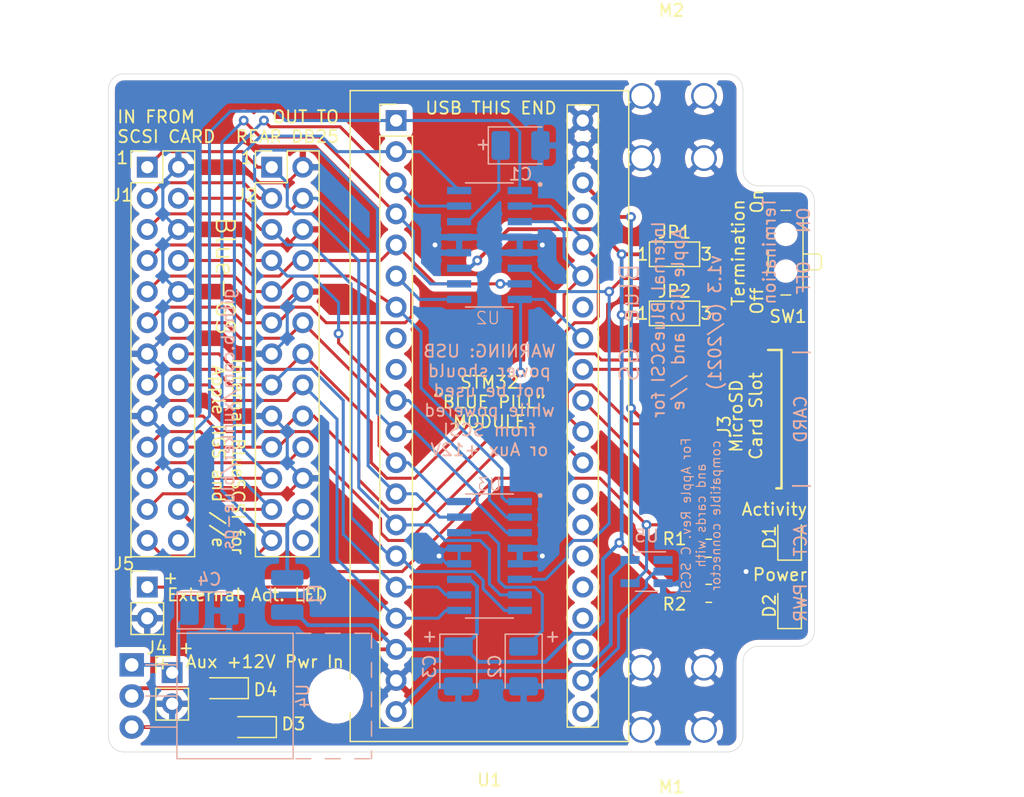
<source format=kicad_pcb>
(kicad_pcb (version 20171130) (host pcbnew "(5.1.8-0-10_14)")
  (layers (0 F.Cu signal) (31 B.Cu signal) (34 B.Paste user) (35 F.Paste user) (36 B.SilkS user) (37 F.SilkS user) (38 B.Mask user) (39 F.Mask user) (44 Edge.Cuts user))
  (net 0 "")
  (net 1 "Net-(U1-Pad37)")
  (net 2 "Net-(U1-Pad34)")
  (net 3 "Net-(U1-Pad8)")
  (net 4 "Net-(U1-Pad9)")
  (net 5 "Net-(U1-Pad28)")
  (net 6 "Net-(U1-Pad25)")
  (net 7 "Net-(U1-Pad24)")
  (net 8 "Net-(U1-Pad23)")
  (net 9 "Net-(U1-Pad21)")
  (net 10 "Net-(J1-Pad26)")
  (net 11 "Net-(J2-Pad26)")
  (net 12 +5V)
  (net 13 GND)
  (net 14 /SCSI_DB4)
  (net 15 /SCSI_DB2)
  (net 16 /SCSI_DB1)
  (net 17 /SCSI_DBP)
  (net 18 /SCSI_SEL)
  (net 19 /SCSI_ATN)
  (net 20 /SCSI_C_D)
  (net 21 /SCSI_DB7)
  (net 22 /SCSI_DB6)
  (net 23 /SCSI_DB5)
  (net 24 /SCSI_DB3)
  (net 25 /SCSI_DB0)
  (net 26 /SCSI_BSY)
  (net 27 /SCSI_ACK)
  (net 28 /SCSI_RST)
  (net 29 /SCSI_I_O)
  (net 30 /SCSI_MSG)
  (net 31 /SCSI_REQ)
  (net 32 /SD_MISO)
  (net 33 /SD_CSK)
  (net 34 +3V3)
  (net 35 /SD_MOSI)
  (net 36 /SD_CS)
  (net 37 "Net-(J3-Pad8)")
  (net 38 "Net-(J3-Pad1)")
  (net 39 "Net-(D2-Pad2)")
  (net 40 "Net-(C1-Pad1)")
  (net 41 "Net-(C2-Pad1)")
  (net 42 /TERM_DISC)
  (net 43 "Net-(D1-Pad1)")
  (net 44 /DEBUG_RX)
  (net 45 /DEBUG_TX)
  (net 46 "Net-(D4-Pad2)")
  (net 47 /+12V_AUX)
  (net 48 /TERM_EN)
  (net 49 /TERM_DIS)
  (net 50 /DISK_ACT)
  (net 51 /REG_OUT)
  (net 52 /SCSI_TERMPWR)
  (net 53 "Net-(D1-Pad2)")
  (net 54 "Net-(U5-Pad1)")
  (module Package_TO_SOT_THT:TO-220-3_Horizontal_TabUp (layer B.Cu) (at 130.81 95.25 270)
    (fp_text reference U4 (at 2.54 -13.97 90) (layer B.SilkS) (effects (justify mirror)))
    (fp_text value MC7805CT-BP)
    (pad 3 thru_hole oval (at 5.08 0 270) (size 1.905 2) (drill 1.1) (layers *.Cu *.Mask) (net 51 /REG_OUT))
    (pad 2 thru_hole oval (at 2.54 0 270) (size 1.905 2) (drill 1.1) (layers *.Cu *.Mask) (net 46 "Net-(D4-Pad2)"))
    (pad 1 thru_hole rect (at 0 0 270) (size 1.905 2) (drill 1.1) (layers *.Cu *.Mask) (net 47 /+12V_AUX))
    (pad "" np_thru_hole oval (at 2.54 -16.66 270) (size 3.5 3.5) (drill 3.5) (layers *.Cu *.Mask))
  )
  (module Package_TO_SOT_SMD:SOT-23-5_HandSoldering (layer B.Cu) (at 172.847 87.63 180)
    (fp_text reference U5 (at 0 2.9) (layer B.SilkS) (effects (justify mirror)))
    (fp_text value SN74LVC1G06DBVR)
    (pad 5 smd rect (at 1.35 0.95 180) (size 1.56 0.65) (layers B.Cu B.Paste B.Mask) (net 34 +3V3))
    (pad 4 smd rect (at 1.35 -0.95 180) (size 1.56 0.65) (layers B.Cu B.Paste B.Mask) (net 53 "Net-(D1-Pad2)"))
    (pad 3 smd rect (at -1.35 -0.95 180) (size 1.56 0.65) (layers B.Cu B.Paste B.Mask) (net 13 GND))
    (pad 2 smd rect (at -1.35 0 180) (size 1.56 0.65) (layers B.Cu B.Paste B.Mask) (net 50 /DISK_ACT))
    (pad 1 smd rect (at -1.35 0.95 180) (size 1.56 0.65) (layers B.Cu B.Paste B.Mask) (net 54 "Net-(U5-Pad1)"))
  )
  (module "my library:keystone-7774" (layer F.Cu) (at 180.721 53.871 180)
    (fp_text reference M2 (at 5.842 12.065) (layer F.SilkS))
    (fp_text value Screw_Terminal_01x01)
    (pad 1 thru_hole circle (at 8.26 5.08 180) (size 2.1 2.1) (drill 1.7) (layers *.Cu *.Mask) (net 13 GND))
    (pad 1 thru_hole circle (at 3.18 5.08 180) (size 2.1 2.1) (drill 1.7) (layers *.Cu *.Mask) (net 13 GND))
    (pad 1 thru_hole circle (at 8.26 0 180) (size 2.1 2.1) (drill 1.7) (layers *.Cu *.Mask) (net 13 GND))
    (pad 1 thru_hole circle (at 3.18 0 180) (size 2.1 2.1) (drill 1.7) (layers *.Cu *.Mask) (net 13 GND))
  )
  (module "my library:keystone-7774" (layer F.Cu) (at 180.721 100.561 180)
    (fp_text reference M1 (at 5.842 -4.649) (layer F.SilkS))
    (fp_text value Screw_Terminal_01x01)
    (pad 1 thru_hole circle (at 8.26 5.08 180) (size 2.1 2.1) (drill 1.7) (layers *.Cu *.Mask) (net 13 GND))
    (pad 1 thru_hole circle (at 3.18 5.08 180) (size 2.1 2.1) (drill 1.7) (layers *.Cu *.Mask) (net 13 GND))
    (pad 1 thru_hole circle (at 8.26 0 180) (size 2.1 2.1) (drill 1.7) (layers *.Cu *.Mask) (net 13 GND))
    (pad 1 thru_hole circle (at 3.18 0 180) (size 2.1 2.1) (drill 1.7) (layers *.Cu *.Mask) (net 13 GND))
  )
  (module Connector_PinHeader_2.54mm:PinHeader_1x02_P2.54mm_Vertical (layer F.Cu) (at 132.08 88.9)
    (fp_text reference J5 (at -1.905 -1.905 180) (layer F.SilkS))
    (fp_text value Conn_01x02_Male)
    (pad 2 thru_hole oval (at 0 2.54) (size 1.7 1.7) (drill 1) (layers *.Cu *.Mask) (net 13 GND))
    (pad 1 thru_hole rect (at 0 0) (size 1.7 1.7) (drill 1) (layers *.Cu *.Mask) (net 53 "Net-(D1-Pad2)"))
  )
  (module Fuse:Fuse_1210_3225Metric (layer B.Cu) (at 143.51 89.535 90)
    (fp_text reference F1 (at 0 2.28 270) (layer B.SilkS) (effects (justify mirror)))
    (fp_text value Fuse)
    (pad 2 smd roundrect (at 1.4 0 90) (size 1.25 2.65) (layers B.Cu B.Paste B.Mask) (roundrect_rratio 0.2) (net 52 /SCSI_TERMPWR))
    (pad 1 smd roundrect (at -1.4 0 90) (size 1.25 2.65) (layers B.Cu B.Paste B.Mask) (roundrect_rratio 0.2) (net 12 +5V))
  )
  (module Jumper:SolderJumper-3_P1.3mm_Open_Pad1.0x1.5mm_NumberLabels (layer F.Cu) (at 175.133 66.548)
    (fp_text reference JP2 (at 0 -1.8) (layer F.SilkS))
    (fp_text value Jumper_3_Open)
    (fp_text user 1 (at -2.6 0) (layer F.SilkS))
    (fp_text user 3 (at 2.6 0) (layer F.SilkS))
    (pad 1 smd rect (at -1.3 0) (size 1 1.5) (layers F.Cu F.Mask) (net 12 +5V))
    (pad 2 smd rect (at 0 0) (size 1 1.5) (layers F.Cu F.Mask) (net 49 /TERM_DIS))
    (pad 3 smd rect (at 1.3 0) (size 1 1.5) (layers F.Cu F.Mask) (net 13 GND))
  )
  (module Jumper:SolderJumper-3_P1.3mm_Open_Pad1.0x1.5mm_NumberLabels (layer F.Cu) (at 175.133 61.722)
    (fp_text reference JP1 (at 0 -1.8) (layer F.SilkS))
    (fp_text value Jumper_3_Open)
    (fp_text user 1 (at -2.6 0) (layer F.SilkS))
    (fp_text user 3 (at 2.6 0) (layer F.SilkS))
    (pad 1 smd rect (at -1.3 0) (size 1 1.5) (layers F.Cu F.Mask) (net 12 +5V))
    (pad 2 smd rect (at 0 0) (size 1 1.5) (layers F.Cu F.Mask) (net 48 /TERM_EN))
    (pad 3 smd rect (at 1.3 0) (size 1 1.5) (layers F.Cu F.Mask) (net 13 GND))
  )
  (module "Molex 105162-0001:105162-0001" (layer F.Cu) (at 177.419 75.184 90)
    (fp_text reference J3 (at -0.549 1.778 90) (layer F.SilkS))
    (fp_text value 105162-0001)
    (pad 15 smd rect (at -2.204 0.105 90) (size 2.91 0.55) (layers F.Cu F.Paste F.Mask))
    (pad 14 smd rect (at 1.986 0.105 90) (size 2.91 0.55) (layers F.Cu F.Paste F.Mask))
    (pad 13 smd rect (at -5.325 4.535 90) (size 1.05 2.39) (layers F.Cu F.Paste F.Mask) (net 13 GND))
    (pad 12 smd rect (at -5.325 1.35 90) (size 1.05 1.2) (layers F.Cu F.Paste F.Mask) (net 13 GND))
    (pad 11 smd rect (at 5.325 0.78 90) (size 1.05 1.2) (layers F.Cu F.Paste F.Mask) (net 13 GND))
    (pad 10 smd rect (at 5.325 3.39 90) (size 1.05 1.08) (layers F.Cu F.Paste F.Mask) (net 13 GND))
    (pad 9 smd rect (at 5.31 4.66 90) (size 0.72 0.78) (layers F.Cu F.Paste F.Mask) (net 13 GND))
    (pad 8 smd rect (at -4.15 7.34 90) (size 0.5 1) (layers F.Cu F.Paste F.Mask) (net 37 "Net-(J3-Pad8)"))
    (pad 7 smd rect (at -3.05 7.34 90) (size 0.5 1) (layers F.Cu F.Paste F.Mask) (net 32 /SD_MISO))
    (pad 6 smd rect (at -1.95 7.34 90) (size 0.5 1) (layers F.Cu F.Paste F.Mask) (net 13 GND))
    (pad 5 smd rect (at -0.85 7.34 90) (size 0.5 1) (layers F.Cu F.Paste F.Mask) (net 33 /SD_CSK))
    (pad 4 smd rect (at 0.25 7.34 90) (size 0.5 1) (layers F.Cu F.Paste F.Mask) (net 34 +3V3))
    (pad 3 smd rect (at 1.35 7.34 90) (size 0.5 1) (layers F.Cu F.Paste F.Mask) (net 35 /SD_MOSI))
    (pad 2 smd rect (at 2.45 7.34 90) (size 0.5 1) (layers F.Cu F.Paste F.Mask) (net 36 /SD_CS))
    (pad 1 smd rect (at 3.55 7.34 90) (size 0.5 1) (layers F.Cu F.Paste F.Mask) (net 38 "Net-(J3-Pad1)"))
  )
  (module Diode_SMD:D_SOD-323_HandSoldering (layer F.Cu) (at 138.43 97.155 180)
    (fp_text reference D4 (at -3.302 -0.127) (layer F.SilkS))
    (fp_text value 1N4001)
    (pad 2 smd rect (at 1.25 0 180) (size 1 1) (layers F.Cu F.Paste F.Mask) (net 46 "Net-(D4-Pad2)"))
    (pad 1 smd rect (at -1.25 0 180) (size 1 1) (layers F.Cu F.Paste F.Mask) (net 13 GND))
  )
  (module Diode_SMD:D_SOD-323_HandSoldering (layer F.Cu) (at 140.716 100.33 180)
    (fp_text reference D3 (at -3.302 0.254) (layer F.SilkS))
    (fp_text value 1N4001)
    (pad 2 smd rect (at 1.25 0 180) (size 1 1) (layers F.Cu F.Paste F.Mask) (net 51 /REG_OUT))
    (pad 1 smd rect (at -1.25 0 180) (size 1 1) (layers F.Cu F.Paste F.Mask) (net 12 +5V))
  )
  (module Connector_PinHeader_2.54mm:PinHeader_1x02_P2.54mm_Vertical (layer F.Cu) (at 134.112 95.885)
    (fp_text reference J4 (at -1.27 -2.032 180) (layer F.SilkS))
    (fp_text value Conn_01x02_Male)
    (pad 2 thru_hole oval (at 0 2.54) (size 1.7 1.7) (drill 1) (layers *.Cu *.Mask) (net 13 GND))
    (pad 1 thru_hole rect (at 0 0) (size 1.7 1.7) (drill 1) (layers *.Cu *.Mask) (net 47 /+12V_AUX))
  )
  (module Capacitor_Tantalum_SMD:CP_EIA-3528-21_Kemet-B_Pad1.50x2.35mm_HandSolder (layer B.Cu) (at 137.16 90.805)
    (fp_text reference C4 (at 0 -2.54 180) (layer B.SilkS) (effects (justify mirror)))
    (fp_text value 10uF)
    (pad 2 smd roundrect (at 1.625 0) (size 1.5 2.35) (layers B.Cu B.Paste B.Mask) (roundrect_rratio 0.1666666666666667) (net 13 GND))
    (pad 1 smd roundrect (at -1.625 0) (size 1.5 2.35) (layers B.Cu B.Paste B.Mask) (roundrect_rratio 0.1666666666666667) (net 47 /+12V_AUX))
  )
  (module Button_Switch_SMD:SW_SPDT_PCM12 (layer F.Cu) (at 183.896 61.595 90)
    (fp_text reference SW1 (at -5.207 0.508) (layer F.SilkS))
    (fp_text value SW_SPDT)
    (pad "" np_thru_hole circle (at -1.5 0.33 90) (size 0.9 0.9) (drill 0.9) (layers *.Cu *.Mask))
    (pad "" np_thru_hole circle (at 1.5 0.33 90) (size 0.9 0.9) (drill 0.9) (layers *.Cu *.Mask))
    (pad 1 smd rect (at -2.25 -1.43 90) (size 0.7 1.5) (layers F.Cu F.Paste F.Mask) (net 49 /TERM_DIS))
    (pad 2 smd rect (at 0.75 -1.43 90) (size 0.7 1.5) (layers F.Cu F.Paste F.Mask) (net 42 /TERM_DISC))
    (pad 3 smd rect (at 2.25 -1.43 90) (size 0.7 1.5) (layers F.Cu F.Paste F.Mask) (net 48 /TERM_EN))
    (pad "" smd rect (at -3.65 1.43 90) (size 1 0.8) (layers F.Cu F.Paste F.Mask))
    (pad "" smd rect (at 3.65 1.43 90) (size 1 0.8) (layers F.Cu F.Paste F.Mask))
    (pad "" smd rect (at 3.65 -0.78 90) (size 1 0.8) (layers F.Cu F.Paste F.Mask))
    (pad "" smd rect (at -3.65 -0.78 90) (size 1 0.8) (layers F.Cu F.Paste F.Mask))
  )
  (module Capacitor_Tantalum_SMD:CP_EIA-3528-21_Kemet-B_Pad1.50x2.35mm_HandSolder (layer B.Cu) (at 157.48 95.377 270)
    (fp_text reference C3 (at 0 2.35 90) (layer B.SilkS) (effects (justify mirror)))
    (fp_text value "4.7uF, 6.3v")
    (pad 2 smd roundrect (at 1.625 0 270) (size 1.5 2.35) (layers B.Cu B.Paste B.Mask) (roundrect_rratio 0.1666666666666667) (net 13 GND))
    (pad 1 smd roundrect (at -1.625 0 270) (size 1.5 2.35) (layers B.Cu B.Paste B.Mask) (roundrect_rratio 0.1666666666666667) (net 12 +5V))
  )
  (module Capacitor_Tantalum_SMD:CP_EIA-3528-21_Kemet-B_Pad1.50x2.35mm_HandSolder (layer B.Cu) (at 162.814 95.377 270)
    (fp_text reference C2 (at 0 2.35 90) (layer B.SilkS) (effects (justify mirror)))
    (fp_text value "4.7uF, 6.3v")
    (pad 2 smd roundrect (at 1.625 0 270) (size 1.5 2.35) (layers B.Cu B.Paste B.Mask) (roundrect_rratio 0.1666666666666667) (net 13 GND))
    (pad 1 smd roundrect (at -1.625 0 270) (size 1.5 2.35) (layers B.Cu B.Paste B.Mask) (roundrect_rratio 0.1666666666666667) (net 41 "Net-(C2-Pad1)"))
  )
  (module Capacitor_Tantalum_SMD:CP_EIA-3528-21_Kemet-B_Pad1.50x2.35mm_HandSolder (layer B.Cu) (at 162.56 52.832)
    (fp_text reference C1 (at 0 2.35) (layer B.SilkS) (effects (justify mirror)))
    (fp_text value "4.7uF, 6.3v")
    (pad 2 smd roundrect (at 1.625 0) (size 1.5 2.35) (layers B.Cu B.Paste B.Mask) (roundrect_rratio 0.1666666666666667) (net 13 GND))
    (pad 1 smd roundrect (at -1.625 0) (size 1.5 2.35) (layers B.Cu B.Paste B.Mask) (roundrect_rratio 0.1666666666666667) (net 40 "Net-(C1-Pad1)"))
  )
  (module LED_SMD:LED_0805_2012Metric_Pad1.15x1.40mm_HandSolder (layer F.Cu) (at 184.531 90.424 90)
    (fp_text reference D2 (at 0 -1.65 90) (layer F.SilkS))
    (fp_text value LED)
    (pad 2 smd roundrect (at 1.025 0 90) (size 1.15 1.4) (layers F.Cu F.Paste F.Mask) (roundrect_rratio 0.2173904347826087) (net 39 "Net-(D2-Pad2)"))
    (pad 1 smd roundrect (at -1.025 0 90) (size 1.15 1.4) (layers F.Cu F.Paste F.Mask) (roundrect_rratio 0.2173904347826087) (net 13 GND))
  )
  (module LED_SMD:LED_0805_2012Metric_Pad1.15x1.40mm_HandSolder (layer F.Cu) (at 184.531 84.836 90)
    (fp_text reference D1 (at 0 -1.65 90) (layer F.SilkS))
    (fp_text value LED)
    (pad 2 smd roundrect (at 1.025 0 90) (size 1.15 1.4) (layers F.Cu F.Paste F.Mask) (roundrect_rratio 0.2173904347826087) (net 53 "Net-(D1-Pad2)"))
    (pad 1 smd roundrect (at -1.025 0 90) (size 1.15 1.4) (layers F.Cu F.Paste F.Mask) (roundrect_rratio 0.2173904347826087) (net 43 "Net-(D1-Pad1)"))
  )
  (module Resistor_SMD:R_0805_2012Metric_Pad1.20x1.40mm_HandSolder (layer F.Cu) (at 177.927 89.408 180)
    (fp_text reference R2 (at 2.794 -0.889) (layer F.SilkS))
    (fp_text value 1K)
    (pad 2 smd roundrect (at 1 0 180) (size 1.2 1.4) (layers F.Cu F.Paste F.Mask) (roundrect_rratio 0.2083325) (net 12 +5V))
    (pad 1 smd roundrect (at -1 0 180) (size 1.2 1.4) (layers F.Cu F.Paste F.Mask) (roundrect_rratio 0.2083325) (net 39 "Net-(D2-Pad2)"))
  )
  (module Resistor_SMD:R_0805_2012Metric_Pad1.20x1.40mm_HandSolder (layer F.Cu) (at 177.927 85.725)
    (fp_text reference R1 (at -2.794 -0.762) (layer F.SilkS))
    (fp_text value 470)
    (pad 2 smd roundrect (at 1 0) (size 1.2 1.4) (layers F.Cu F.Paste F.Mask) (roundrect_rratio 0.2083325) (net 43 "Net-(D1-Pad1)"))
    (pad 1 smd roundrect (at -1 0) (size 1.2 1.4) (layers F.Cu F.Paste F.Mask) (roundrect_rratio 0.2083325) (net 13 GND))
  )
  (module Connector_PinHeader_2.54mm:PinHeader_2x13_P2.54mm_Vertical (layer F.Cu) (at 142.24 54.61)
    (fp_text reference J2 (at -2.032 2.286) (layer F.SilkS))
    (fp_text value Conn_02x13_Odd_Even)
    (pad 26 thru_hole oval (at 2.54 30.48) (size 1.7 1.7) (drill 1) (layers *.Cu *.Mask) (net 11 "Net-(J2-Pad26)"))
    (pad 25 thru_hole oval (at 0 30.48) (size 1.7 1.7) (drill 1) (layers *.Cu *.Mask) (net 21 /SCSI_DB7))
    (pad 24 thru_hole oval (at 2.54 27.94) (size 1.7 1.7) (drill 1) (layers *.Cu *.Mask) (net 52 /SCSI_TERMPWR))
    (pad 23 thru_hole oval (at 0 27.94) (size 1.7 1.7) (drill 1) (layers *.Cu *.Mask) (net 22 /SCSI_DB6))
    (pad 22 thru_hole oval (at 2.54 25.4) (size 1.7 1.7) (drill 1) (layers *.Cu *.Mask) (net 13 GND))
    (pad 21 thru_hole oval (at 0 25.4) (size 1.7 1.7) (drill 1) (layers *.Cu *.Mask) (net 23 /SCSI_DB5))
    (pad 20 thru_hole oval (at 2.54 22.86) (size 1.7 1.7) (drill 1) (layers *.Cu *.Mask) (net 14 /SCSI_DB4))
    (pad 19 thru_hole oval (at 0 22.86) (size 1.7 1.7) (drill 1) (layers *.Cu *.Mask) (net 24 /SCSI_DB3))
    (pad 18 thru_hole oval (at 2.54 20.32) (size 1.7 1.7) (drill 1) (layers *.Cu *.Mask) (net 15 /SCSI_DB2))
    (pad 17 thru_hole oval (at 0 20.32) (size 1.7 1.7) (drill 1) (layers *.Cu *.Mask) (net 13 GND))
    (pad 16 thru_hole oval (at 2.54 17.78) (size 1.7 1.7) (drill 1) (layers *.Cu *.Mask) (net 16 /SCSI_DB1))
    (pad 15 thru_hole oval (at 0 17.78) (size 1.7 1.7) (drill 1) (layers *.Cu *.Mask) (net 25 /SCSI_DB0))
    (pad 14 thru_hole oval (at 2.54 15.24) (size 1.7 1.7) (drill 1) (layers *.Cu *.Mask) (net 17 /SCSI_DBP))
    (pad 13 thru_hole oval (at 0 15.24) (size 1.7 1.7) (drill 1) (layers *.Cu *.Mask) (net 13 GND))
    (pad 12 thru_hole oval (at 2.54 12.7) (size 1.7 1.7) (drill 1) (layers *.Cu *.Mask) (net 18 /SCSI_SEL))
    (pad 11 thru_hole oval (at 0 12.7) (size 1.7 1.7) (drill 1) (layers *.Cu *.Mask) (net 26 /SCSI_BSY))
    (pad 10 thru_hole oval (at 2.54 10.16) (size 1.7 1.7) (drill 1) (layers *.Cu *.Mask) (net 13 GND))
    (pad 9 thru_hole oval (at 0 10.16) (size 1.7 1.7) (drill 1) (layers *.Cu *.Mask) (net 27 /SCSI_ACK))
    (pad 8 thru_hole oval (at 2.54 7.62) (size 1.7 1.7) (drill 1) (layers *.Cu *.Mask) (net 19 /SCSI_ATN))
    (pad 7 thru_hole oval (at 0 7.62) (size 1.7 1.7) (drill 1) (layers *.Cu *.Mask) (net 28 /SCSI_RST))
    (pad 6 thru_hole oval (at 2.54 5.08) (size 1.7 1.7) (drill 1) (layers *.Cu *.Mask) (net 13 GND))
    (pad 5 thru_hole oval (at 0 5.08) (size 1.7 1.7) (drill 1) (layers *.Cu *.Mask) (net 29 /SCSI_I_O))
    (pad 4 thru_hole oval (at 2.54 2.54) (size 1.7 1.7) (drill 1) (layers *.Cu *.Mask) (net 20 /SCSI_C_D))
    (pad 3 thru_hole oval (at 0 2.54) (size 1.7 1.7) (drill 1) (layers *.Cu *.Mask) (net 30 /SCSI_MSG))
    (pad 2 thru_hole oval (at 2.54 0) (size 1.7 1.7) (drill 1) (layers *.Cu *.Mask) (net 13 GND))
    (pad 1 thru_hole rect (at 0 0) (size 1.7 1.7) (drill 1) (layers *.Cu *.Mask) (net 31 /SCSI_REQ))
  )
  (module "my library:YAAJ_BluePill_2" (layer F.Cu) (at 152.4 50.8)
    (fp_text reference U1 (at 7.62 53.848) (layer F.SilkS))
    (fp_text value YAAJ_BluePill hide)
    (pad 40 thru_hole circle (at 15.24 0) (size 1.7 1.7) (drill 1) (layers *.Cu *.Mask) (net 13 GND))
    (pad 1 thru_hole rect (at 0 0) (size 1.7 1.7) (drill 1) (layers *.Cu *.Mask) (net 14 /SCSI_DB4))
    (pad 39 thru_hole circle (at 15.24 2.54) (size 1.7 1.7) (drill 1) (layers *.Cu *.Mask) (net 13 GND))
    (pad 2 thru_hole circle (at 0 2.54) (size 1.7 1.7) (drill 1) (layers *.Cu *.Mask) (net 23 /SCSI_DB5))
    (pad 38 thru_hole circle (at 15.24 5.08) (size 1.7 1.7) (drill 1) (layers *.Cu *.Mask) (net 34 +3V3))
    (pad 3 thru_hole circle (at 0 5.08) (size 1.7 1.7) (drill 1) (layers *.Cu *.Mask) (net 22 /SCSI_DB6))
    (pad 37 thru_hole circle (at 15.24 7.62) (size 1.7 1.7) (drill 1) (layers *.Cu *.Mask) (net 1 "Net-(U1-Pad37)"))
    (pad 4 thru_hole circle (at 0 7.62) (size 1.7 1.7) (drill 1) (layers *.Cu *.Mask) (net 21 /SCSI_DB7))
    (pad 36 thru_hole circle (at 15.24 10.16) (size 1.7 1.7) (drill 1) (layers *.Cu *.Mask) (net 24 /SCSI_DB3))
    (pad 5 thru_hole circle (at 0 10.16) (size 1.7 1.7) (drill 1) (layers *.Cu *.Mask) (net 19 /SCSI_ATN))
    (pad 35 thru_hole circle (at 15.24 12.7) (size 1.7 1.7) (drill 1) (layers *.Cu *.Mask) (net 15 /SCSI_DB2))
    (pad 6 thru_hole circle (at 0 12.7) (size 1.7 1.7) (drill 1) (layers *.Cu *.Mask) (net 26 /SCSI_BSY))
    (pad 34 thru_hole circle (at 15.24 15.24) (size 1.7 1.7) (drill 1) (layers *.Cu *.Mask) (net 2 "Net-(U1-Pad34)"))
    (pad 7 thru_hole circle (at 0 15.24) (size 1.7 1.7) (drill 1) (layers *.Cu *.Mask) (net 27 /SCSI_ACK))
    (pad 33 thru_hole circle (at 15.24 17.78) (size 1.7 1.7) (drill 1) (layers *.Cu *.Mask) (net 17 /SCSI_DBP))
    (pad 8 thru_hole circle (at 0 17.78) (size 1.7 1.7) (drill 1) (layers *.Cu *.Mask) (net 3 "Net-(U1-Pad8)"))
    (pad 32 thru_hole circle (at 15.24 20.32) (size 1.7 1.7) (drill 1) (layers *.Cu *.Mask) (net 35 /SD_MOSI))
    (pad 9 thru_hole circle (at 0 20.32) (size 1.7 1.7) (drill 1) (layers *.Cu *.Mask) (net 4 "Net-(U1-Pad9)"))
    (pad 31 thru_hole circle (at 15.24 22.86) (size 1.7 1.7) (drill 1) (layers *.Cu *.Mask) (net 32 /SD_MISO))
    (pad 10 thru_hole circle (at 0 22.86) (size 1.7 1.7) (drill 1) (layers *.Cu *.Mask) (net 28 /SCSI_RST))
    (pad 30 thru_hole circle (at 15.24 25.4) (size 1.7 1.7) (drill 1) (layers *.Cu *.Mask) (net 33 /SD_CSK))
    (pad 11 thru_hole circle (at 0 25.4) (size 1.7 1.7) (drill 1) (layers *.Cu *.Mask) (net 30 /SCSI_MSG))
    (pad 29 thru_hole circle (at 15.24 27.94) (size 1.7 1.7) (drill 1) (layers *.Cu *.Mask) (net 36 /SD_CS))
    (pad 12 thru_hole circle (at 0 27.94) (size 1.7 1.7) (drill 1) (layers *.Cu *.Mask) (net 18 /SCSI_SEL))
    (pad 28 thru_hole circle (at 15.24 30.48) (size 1.7 1.7) (drill 1) (layers *.Cu *.Mask) (net 5 "Net-(U1-Pad28)"))
    (pad 13 thru_hole circle (at 0 30.48) (size 1.7 1.7) (drill 1) (layers *.Cu *.Mask) (net 20 /SCSI_C_D))
    (pad 27 thru_hole circle (at 15.24 33.02) (size 1.7 1.7) (drill 1) (layers *.Cu *.Mask) (net 44 /DEBUG_RX))
    (pad 14 thru_hole circle (at 0 33.02) (size 1.7 1.7) (drill 1) (layers *.Cu *.Mask) (net 31 /SCSI_REQ))
    (pad 26 thru_hole circle (at 15.24 35.56) (size 1.7 1.7) (drill 1) (layers *.Cu *.Mask) (net 45 /DEBUG_TX))
    (pad 15 thru_hole circle (at 0 35.56) (size 1.7 1.7) (drill 1) (layers *.Cu *.Mask) (net 29 /SCSI_I_O))
    (pad 25 thru_hole circle (at 15.24 38.1) (size 1.7 1.7) (drill 1) (layers *.Cu *.Mask) (net 6 "Net-(U1-Pad25)"))
    (pad 16 thru_hole circle (at 0 38.1) (size 1.7 1.7) (drill 1) (layers *.Cu *.Mask) (net 25 /SCSI_DB0))
    (pad 24 thru_hole circle (at 15.24 40.64) (size 1.7 1.7) (drill 1) (layers *.Cu *.Mask) (net 7 "Net-(U1-Pad24)"))
    (pad 17 thru_hole circle (at 0 40.64) (size 1.7 1.7) (drill 1) (layers *.Cu *.Mask) (net 16 /SCSI_DB1))
    (pad 23 thru_hole circle (at 15.24 43.18) (size 1.7 1.7) (drill 1) (layers *.Cu *.Mask) (net 8 "Net-(U1-Pad23)"))
    (pad 18 thru_hole circle (at 0 43.18) (size 1.7 1.7) (drill 1) (layers *.Cu *.Mask) (net 12 +5V))
    (pad 22 thru_hole circle (at 15.24 45.72) (size 1.7 1.7) (drill 1) (layers *.Cu *.Mask) (net 50 /DISK_ACT))
    (pad 19 thru_hole circle (at 0 45.72) (size 1.7 1.7) (drill 1) (layers *.Cu *.Mask) (net 13 GND))
    (pad 21 thru_hole circle (at 15.24 48.26) (size 1.7 1.7) (drill 1) (layers *.Cu *.Mask) (net 9 "Net-(U1-Pad21)"))
    (pad 20 thru_hole circle (at 0 48.26) (size 1.7 1.7) (drill 1) (layers *.Cu *.Mask) (net 34 +3V3))
  )
  (module "my library:SOIC127P600X175-16N" (layer B.Cu) (at 160.02 86.36 180)
    (fp_text reference U3 (at 0 5.842) (layer B.SilkS) (effects (font (thickness 0.1)) (justify mirror)))
    (fp_text value "UC560x, UCC56xx")
    (pad 1 smd rect (at -2.475 4.445 180) (size 1.97 0.6) (layers B.Cu B.Paste B.Mask) (net 27 /SCSI_ACK))
    (pad 2 smd rect (at -2.475 3.175 180) (size 1.97 0.6) (layers B.Cu B.Paste B.Mask) (net 28 /SCSI_RST))
    (pad 3 smd rect (at -2.475 1.905 180) (size 1.97 0.6) (layers B.Cu B.Paste B.Mask) (net 30 /SCSI_MSG))
    (pad 4 smd rect (at -2.475 0.635 180) (size 1.97 0.6) (layers B.Cu B.Paste B.Mask) (net 13 GND))
    (pad 5 smd rect (at -2.475 -0.635 180) (size 1.97 0.6) (layers B.Cu B.Paste B.Mask) (net 13 GND))
    (pad 6 smd rect (at -2.475 -1.905 180) (size 1.97 0.6) (layers B.Cu B.Paste B.Mask) (net 42 /TERM_DISC))
    (pad 7 smd rect (at -2.475 -3.175 180) (size 1.97 0.6) (layers B.Cu B.Paste B.Mask) (net 31 /SCSI_REQ))
    (pad 8 smd rect (at -2.475 -4.445 180) (size 1.97 0.6) (layers B.Cu B.Paste B.Mask) (net 29 /SCSI_I_O))
    (pad 9 smd rect (at 2.475 -4.445 180) (size 1.97 0.6) (layers B.Cu B.Paste B.Mask) (net 16 /SCSI_DB1))
    (pad 10 smd rect (at 2.475 -3.175 180) (size 1.97 0.6) (layers B.Cu B.Paste B.Mask) (net 25 /SCSI_DB0))
    (pad 11 smd rect (at 2.475 -1.905 180) (size 1.97 0.6) (layers B.Cu B.Paste B.Mask) (net 12 +5V))
    (pad 12 smd rect (at 2.475 -0.635 180) (size 1.97 0.6) (layers B.Cu B.Paste B.Mask) (net 13 GND))
    (pad 13 smd rect (at 2.475 0.635 180) (size 1.97 0.6) (layers B.Cu B.Paste B.Mask) (net 13 GND))
    (pad 14 smd rect (at 2.475 1.905 180) (size 1.97 0.6) (layers B.Cu B.Paste B.Mask) (net 41 "Net-(C2-Pad1)"))
    (pad 15 smd rect (at 2.475 3.175 180) (size 1.97 0.6) (layers B.Cu B.Paste B.Mask) (net 20 /SCSI_C_D))
    (pad 16 smd rect (at 2.475 4.445 180) (size 1.97 0.6) (layers B.Cu B.Paste B.Mask) (net 18 /SCSI_SEL))
  )
  (module "my library:SOIC127P600X175-16N" (layer B.Cu) (at 160.02 60.96 180)
    (fp_text reference U2 (at 0.127 -5.969) (layer B.SilkS) (effects (font (thickness 0.1)) (justify mirror)))
    (fp_text value "UC560x, UCC56xx")
    (pad 1 smd rect (at -2.475 4.445 180) (size 1.97 0.6) (layers B.Cu B.Paste B.Mask) (net 14 /SCSI_DB4))
    (pad 2 smd rect (at -2.475 3.175 180) (size 1.97 0.6) (layers B.Cu B.Paste B.Mask) (net 24 /SCSI_DB3))
    (pad 3 smd rect (at -2.475 1.905 180) (size 1.97 0.6) (layers B.Cu B.Paste B.Mask) (net 15 /SCSI_DB2))
    (pad 4 smd rect (at -2.475 0.635 180) (size 1.97 0.6) (layers B.Cu B.Paste B.Mask) (net 13 GND))
    (pad 5 smd rect (at -2.475 -0.635 180) (size 1.97 0.6) (layers B.Cu B.Paste B.Mask) (net 13 GND))
    (pad 6 smd rect (at -2.475 -1.905 180) (size 1.97 0.6) (layers B.Cu B.Paste B.Mask) (net 42 /TERM_DISC))
    (pad 7 smd rect (at -2.475 -3.175 180) (size 1.97 0.6) (layers B.Cu B.Paste B.Mask) (net 19 /SCSI_ATN))
    (pad 8 smd rect (at -2.475 -4.445 180) (size 1.97 0.6) (layers B.Cu B.Paste B.Mask) (net 17 /SCSI_DBP))
    (pad 9 smd rect (at 2.475 -4.445 180) (size 1.97 0.6) (layers B.Cu B.Paste B.Mask) (net 26 /SCSI_BSY))
    (pad 10 smd rect (at 2.475 -3.175 180) (size 1.97 0.6) (layers B.Cu B.Paste B.Mask) (net 21 /SCSI_DB7))
    (pad 11 smd rect (at 2.475 -1.905 180) (size 1.97 0.6) (layers B.Cu B.Paste B.Mask) (net 12 +5V))
    (pad 12 smd rect (at 2.475 -0.635 180) (size 1.97 0.6) (layers B.Cu B.Paste B.Mask) (net 13 GND))
    (pad 13 smd rect (at 2.475 0.635 180) (size 1.97 0.6) (layers B.Cu B.Paste B.Mask) (net 13 GND))
    (pad 14 smd rect (at 2.475 1.905 180) (size 1.97 0.6) (layers B.Cu B.Paste B.Mask) (net 40 "Net-(C1-Pad1)"))
    (pad 15 smd rect (at 2.475 3.175 180) (size 1.97 0.6) (layers B.Cu B.Paste B.Mask) (net 22 /SCSI_DB6))
    (pad 16 smd rect (at 2.475 4.445 180) (size 1.97 0.6) (layers B.Cu B.Paste B.Mask) (net 23 /SCSI_DB5))
  )
  (module Connector_PinHeader_2.54mm:PinHeader_2x13_P2.54mm_Vertical (layer F.Cu) (at 132.08 54.61)
    (fp_text reference J1 (at -2.032 2.286) (layer F.SilkS))
    (fp_text value Conn_02x13_Odd_Even)
    (pad 26 thru_hole oval (at 2.54 30.48) (size 1.7 1.7) (drill 1) (layers *.Cu *.Mask) (net 10 "Net-(J1-Pad26)"))
    (pad 25 thru_hole oval (at 0 30.48) (size 1.7 1.7) (drill 1) (layers *.Cu *.Mask) (net 21 /SCSI_DB7))
    (pad 24 thru_hole oval (at 2.54 27.94) (size 1.7 1.7) (drill 1) (layers *.Cu *.Mask) (net 52 /SCSI_TERMPWR))
    (pad 23 thru_hole oval (at 0 27.94) (size 1.7 1.7) (drill 1) (layers *.Cu *.Mask) (net 22 /SCSI_DB6))
    (pad 22 thru_hole oval (at 2.54 25.4) (size 1.7 1.7) (drill 1) (layers *.Cu *.Mask) (net 13 GND))
    (pad 21 thru_hole oval (at 0 25.4) (size 1.7 1.7) (drill 1) (layers *.Cu *.Mask) (net 23 /SCSI_DB5))
    (pad 20 thru_hole oval (at 2.54 22.86) (size 1.7 1.7) (drill 1) (layers *.Cu *.Mask) (net 14 /SCSI_DB4))
    (pad 19 thru_hole oval (at 0 22.86) (size 1.7 1.7) (drill 1) (layers *.Cu *.Mask) (net 24 /SCSI_DB3))
    (pad 18 thru_hole oval (at 2.54 20.32) (size 1.7 1.7) (drill 1) (layers *.Cu *.Mask) (net 15 /SCSI_DB2))
    (pad 17 thru_hole oval (at 0 20.32) (size 1.7 1.7) (drill 1) (layers *.Cu *.Mask) (net 13 GND))
    (pad 16 thru_hole oval (at 2.54 17.78) (size 1.7 1.7) (drill 1) (layers *.Cu *.Mask) (net 16 /SCSI_DB1))
    (pad 15 thru_hole oval (at 0 17.78) (size 1.7 1.7) (drill 1) (layers *.Cu *.Mask) (net 25 /SCSI_DB0))
    (pad 14 thru_hole oval (at 2.54 15.24) (size 1.7 1.7) (drill 1) (layers *.Cu *.Mask) (net 17 /SCSI_DBP))
    (pad 13 thru_hole oval (at 0 15.24) (size 1.7 1.7) (drill 1) (layers *.Cu *.Mask) (net 13 GND))
    (pad 12 thru_hole oval (at 2.54 12.7) (size 1.7 1.7) (drill 1) (layers *.Cu *.Mask) (net 18 /SCSI_SEL))
    (pad 11 thru_hole oval (at 0 12.7) (size 1.7 1.7) (drill 1) (layers *.Cu *.Mask) (net 26 /SCSI_BSY))
    (pad 10 thru_hole oval (at 2.54 10.16) (size 1.7 1.7) (drill 1) (layers *.Cu *.Mask) (net 13 GND))
    (pad 9 thru_hole oval (at 0 10.16) (size 1.7 1.7) (drill 1) (layers *.Cu *.Mask) (net 27 /SCSI_ACK))
    (pad 8 thru_hole oval (at 2.54 7.62) (size 1.7 1.7) (drill 1) (layers *.Cu *.Mask) (net 19 /SCSI_ATN))
    (pad 7 thru_hole oval (at 0 7.62) (size 1.7 1.7) (drill 1) (layers *.Cu *.Mask) (net 28 /SCSI_RST))
    (pad 6 thru_hole oval (at 2.54 5.08) (size 1.7 1.7) (drill 1) (layers *.Cu *.Mask) (net 13 GND))
    (pad 5 thru_hole oval (at 0 5.08) (size 1.7 1.7) (drill 1) (layers *.Cu *.Mask) (net 29 /SCSI_I_O))
    (pad 4 thru_hole oval (at 2.54 2.54) (size 1.7 1.7) (drill 1) (layers *.Cu *.Mask) (net 20 /SCSI_C_D))
    (pad 3 thru_hole oval (at 0 2.54) (size 1.7 1.7) (drill 1) (layers *.Cu *.Mask) (net 30 /SCSI_MSG))
    (pad 2 thru_hole oval (at 2.54 0) (size 1.7 1.7) (drill 1) (layers *.Cu *.Mask) (net 13 GND))
    (pad 1 thru_hole rect (at 0 0) (size 1.7 1.7) (drill 1) (layers *.Cu *.Mask) (net 31 /SCSI_REQ))
  )
  (gr_text "|    CARD    |" (at 185.42 75.184 90) (layer B.SilkS) (effects (font (size 1 1)) (justify mirror)))
  (gr_text "External Act. LED" (at 133.604 89.535) (layer F.SilkS) (effects (font (size 1 1)) (justify left)))
  (gr_text + (at 133.985 88.265 180) (layer F.SilkS) (effects (font (size 1 1))))
  (gr_text Blue-GS (at 138.43 63.5 270) (layer F.SilkS) (effects (font (size 1.5 1.5))))
  (gr_text "v1.3 (6/2021)" (at 178.435 67.31 90) (layer B.SilkS) (effects (font (size 1 1)) (justify mirror)))
  (gr_text Blue-GS (at 171.45 67.31 90) (layer B.SilkS) (effects (font (size 1.5 1.5)) (justify mirror)))
  (gr_text + (at 133.35 95.25 180) (layer F.SilkS) (effects (font (size 1 1))))
  (gr_text + (at 135.255 93.98 180) (layer F.SilkS) (effects (font (size 1 1))))
  (gr_text "Aux +12V Pwr In" (at 135.128 94.996) (layer F.SilkS) (effects (font (size 1 1)) (justify left)))
  (gr_text "Internal BlueSCSI for\nApple IIGS and //e" (at 174.625 67.056 90) (layer B.SilkS) (effects (font (size 1 1)) (justify mirror)))
  (gr_arc (start 181.991 94.996) (end 181.991 93.726) (angle -90) (layer Edge.Cuts) (width 0.05))
  (gr_arc (start 181.991 54.864) (end 180.721 54.864) (angle -90) (layer Edge.Cuts) (width 0.05))
  (gr_arc (start 185.293 57.404) (end 186.563 57.404) (angle -90) (layer Edge.Cuts) (width 0.05))
  (gr_arc (start 185.293 92.456) (end 185.293 93.726) (angle -90) (layer Edge.Cuts) (width 0.05))
  (gr_arc (start 130.175 101.092) (end 128.905 101.092) (angle -90) (layer Edge.Cuts) (width 0.05))
  (gr_arc (start 179.451 101.092) (end 179.451 102.362) (angle -90) (layer Edge.Cuts) (width 0.05))
  (gr_arc (start 179.451 48.26) (end 180.721 48.26) (angle -90) (layer Edge.Cuts) (width 0.05))
  (gr_arc (start 130.175 48.26) (end 130.175 46.99) (angle -90) (layer Edge.Cuts) (width 0.05))
  (gr_text "WARNING: USB\npower should\nnot be used\nwhile powered\nfrom SCSI\nor Aux +12V" (at 160.02 73.66) (layer B.SilkS) (effects (font (size 1 1)) (justify mirror)))
  (gr_line (start 181.991 93.726) (end 185.293 93.726) (layer Edge.Cuts) (width 0.05))
  (gr_line (start 180.721 94.996) (end 180.721 101.092) (layer Edge.Cuts) (width 0.05))
  (gr_line (start 181.991 56.134) (end 185.293 56.134) (layer Edge.Cuts) (width 0.05))
  (gr_line (start 180.721 48.26) (end 180.721 54.864) (layer Edge.Cuts) (width 0.05))
  (gr_text "For Apple Rev. C SCSI\nand cards with\ncompatible connector" (at 177.292 83.058 90) (layer B.SilkS) (effects (font (size 0.75 0.75) (thickness 0.1)) (justify mirror)))
  (gr_text "MicroSD\nCard Slot" (at 180.975 74.93 90) (layer F.SilkS) (effects (font (size 1 1))))
  (gr_text Off (at 181.864 65.532 90) (layer F.SilkS) (effects (font (size 1 1))))
  (gr_text On (at 181.864 57.404 90) (layer F.SilkS) (effects (font (size 1 1))))
  (gr_text Termination (at 180.34 61.595 90) (layer F.SilkS) (effects (font (size 1 1))))
  (gr_text Power (at 186.055 87.884) (layer F.SilkS) (effects (font (size 1 1)) (justify right)))
  (gr_text Activity (at 186.055 82.55) (layer F.SilkS) (effects (font (size 1 1)) (justify right)))
  (gr_text github.com/xunker/blue-gs (at 138.684 75.184 90) (layer B.SilkS) (effects (font (size 1 1)) (justify mirror)))
  (gr_text "Internal BlueSCSI for\nApple IIGS and //e\n" (at 138.684 78.232 270) (layer F.SilkS) (effects (font (size 1 1))))
  (gr_text + (at 155.067 92.964 90) (layer B.SilkS) (effects (font (size 1 1)) (justify mirror)))
  (gr_text + (at 165.1 92.964 90) (layer B.SilkS) (effects (font (size 1 1)) (justify mirror)))
  (gr_text + (at 159.512 52.705) (layer B.SilkS) (effects (font (size 1 1)) (justify mirror)))
  (gr_text "ON   OFF" (at 185.674 61.468 90) (layer B.SilkS) (effects (font (size 1 1)) (justify mirror)))
  (gr_text PWR (at 185.42 90.17 90) (layer B.SilkS) (effects (font (size 1 1)) (justify mirror)))
  (gr_text ACT (at 185.42 85.09 90) (layer B.SilkS) (effects (font (size 1 1)) (justify mirror)))
  (gr_text Termination (at 182.88 61.468 90) (layer B.SilkS) (effects (font (size 1 1)) (justify mirror)))
  (gr_text "STM32\n“BLUE PILL”\nMODULE" (at 160.02 73.787) (layer F.SilkS) (effects (font (size 1 1))))
  (gr_text 1 (at 130.048 53.848) (layer F.SilkS) (effects (font (size 1 1))))
  (gr_text 1 (at 140.208 53.848) (layer F.SilkS) (effects (font (size 1 1))))
  (gr_text "USB THIS END" (at 160.147 49.784) (layer F.SilkS) (effects (font (size 1 1))))
  (gr_text "OUT TO\nREAR DB25\n" (at 147.828 51.308) (layer F.SilkS) (effects (font (size 1 1)) (justify right)))
  (gr_text "IN FROM\nSCSI CARD" (at 129.54 51.308) (layer F.SilkS) (effects (font (size 1 1)) (justify left)))
  (gr_line (start 130.175 46.99) (end 179.451 46.99) (layer Edge.Cuts) (width 0.05))
  (gr_line (start 128.905 101.092) (end 128.905 48.26) (layer Edge.Cuts) (width 0.05))
  (gr_line (start 179.451 102.362) (end 130.175 102.362) (layer Edge.Cuts) (width 0.05))
  (gr_line (start 186.563 57.404) (end 186.563 92.456) (layer Edge.Cuts) (width 0.05))
  (via (at 159.02532 62.233641) (size 0.8) (drill 0.4) (layers F.Cu B.Cu) (net 12))
  (segment (start 157.545 62.865) (end 158.393961 62.865) (width 0.31) (layer B.Cu) (net 12))
  (segment (start 158.393961 62.865) (end 159.02532 62.233641) (width 0.31) (layer B.Cu) (net 12))
  (segment (start 159.004 92.71) (end 157.734 93.98) (width 0.31) (layer B.Cu) (net 12))
  (segment (start 159.004 88.8425) (end 159.004 92.71) (width 0.31) (layer B.Cu) (net 12))
  (segment (start 157.734 93.98) (end 152.4 93.98) (width 0.31) (layer B.Cu) (net 12))
  (segment (start 158.4265 88.265) (end 159.004 88.8425) (width 0.31) (layer B.Cu) (net 12))
  (segment (start 157.545 88.265) (end 158.4265 88.265) (width 0.31) (layer B.Cu) (net 12))
  (segment (start 161.58796 59.671001) (end 168.764001 59.671001) (width 0.31) (layer F.Cu) (net 12))
  (segment (start 173.833 61.722) (end 170.815 61.722) (width 0.31) (layer F.Cu) (net 12))
  (segment (start 159.02532 62.233641) (end 161.58796 59.671001) (width 0.31) (layer F.Cu) (net 12))
  (segment (start 168.764001 59.671001) (end 170.815 61.722) (width 0.31) (layer F.Cu) (net 12))
  (via (at 170.815 61.722) (size 0.8) (drill 0.4) (layers F.Cu B.Cu) (net 12))
  (segment (start 170.814998 66.675) (end 170.814998 61.722002) (width 0.31) (layer B.Cu) (net 12))
  (segment (start 173.579 66.675) (end 170.814998 66.675) (width 0.31) (layer F.Cu) (net 12))
  (segment (start 170.814998 61.722002) (end 170.815 61.722) (width 0.31) (layer B.Cu) (net 12))
  (segment (start 173.833 66.421) (end 173.579 66.675) (width 0.31) (layer F.Cu) (net 12))
  (via (at 170.814998 66.675) (size 0.8) (drill 0.4) (layers F.Cu B.Cu) (net 12))
  (via (at 170.6245 85.2805) (size 0.8) (drill 0.4) (layers F.Cu B.Cu) (net 12))
  (segment (start 174.752 89.408) (end 170.6245 85.2805) (width 0.31) (layer F.Cu) (net 12))
  (segment (start 176.927 89.408) (end 174.752 89.408) (width 0.31) (layer F.Cu) (net 12))
  (segment (start 170.814998 66.675) (end 170.814998 85.090002) (width 0.31) (layer B.Cu) (net 12))
  (segment (start 170.814998 85.090002) (end 170.6245 85.2805) (width 0.31) (layer B.Cu) (net 12))
  (segment (start 169.291 86.614) (end 170.6245 85.2805) (width 0.31) (layer B.Cu) (net 12))
  (segment (start 169.291 91.694) (end 169.291 86.614) (width 0.31) (layer B.Cu) (net 12))
  (segment (start 168.275 92.71) (end 169.291 91.694) (width 0.31) (layer B.Cu) (net 12))
  (segment (start 166.878 92.71) (end 168.275 92.71) (width 0.31) (layer B.Cu) (net 12))
  (segment (start 164.592 94.996) (end 166.878 92.71) (width 0.31) (layer B.Cu) (net 12))
  (segment (start 156.718 93.9665) (end 158.1015 93.9665) (width 0.31) (layer B.Cu) (net 12))
  (segment (start 159.131 94.996) (end 164.592 94.996) (width 0.31) (layer B.Cu) (net 12))
  (segment (start 158.1015 93.9665) (end 159.131 94.996) (width 0.31) (layer B.Cu) (net 12))
  (segment (start 145.415 93.98) (end 152.4 93.98) (width 0.31) (layer F.Cu) (net 12))
  (segment (start 141.966 97.429) (end 145.415 93.98) (width 0.31) (layer F.Cu) (net 12))
  (segment (start 141.966 100.33) (end 141.966 97.429) (width 0.31) (layer F.Cu) (net 12))
  (segment (start 145.2245 92.0115) (end 150.4315 92.0115) (width 0.31) (layer B.Cu) (net 12))
  (segment (start 144.018 90.805) (end 145.2245 92.0115) (width 0.31) (layer B.Cu) (net 12))
  (segment (start 150.4315 92.0115) (end 152.4 93.98) (width 0.31) (layer B.Cu) (net 12))
  (segment (start 143.51 90.805) (end 144.018 90.805) (width 0.31) (layer B.Cu) (net 12))
  (segment (start 157.545 85.725) (end 157.545 86.995) (width 0.25) (layer B.Cu) (net 13))
  (segment (start 157.545 60.325) (end 162.495 60.325) (width 0.25) (layer B.Cu) (net 13))
  (segment (start 157.418 61.468) (end 157.545 61.595) (width 0.25) (layer B.Cu) (net 13))
  (via (at 155.575 60.96) (size 0.8) (drill 0.4) (layers F.Cu B.Cu) (net 13))
  (segment (start 143.51 60.96) (end 144.78 59.69) (width 0.25) (layer F.Cu) (net 13))
  (segment (start 139.954 59.69) (end 141.224 60.96) (width 0.25) (layer F.Cu) (net 13))
  (segment (start 141.224 60.96) (end 143.51 60.96) (width 0.25) (layer F.Cu) (net 13))
  (segment (start 134.62 59.69) (end 139.954 59.69) (width 0.25) (layer F.Cu) (net 13))
  (segment (start 143.51 81.28) (end 144.78 80.01) (width 0.25) (layer F.Cu) (net 13))
  (segment (start 136.906 81.28) (end 143.51 81.28) (width 0.25) (layer F.Cu) (net 13))
  (segment (start 135.636 80.01) (end 136.906 81.28) (width 0.25) (layer F.Cu) (net 13))
  (segment (start 134.62 80.01) (end 135.636 80.01) (width 0.25) (layer F.Cu) (net 13))
  (segment (start 133.35 73.66) (end 132.08 74.93) (width 0.25) (layer F.Cu) (net 13))
  (segment (start 136.906 73.66) (end 133.35 73.66) (width 0.25) (layer F.Cu) (net 13))
  (segment (start 138.176 74.93) (end 136.906 73.66) (width 0.25) (layer F.Cu) (net 13))
  (segment (start 142.24 74.93) (end 138.176 74.93) (width 0.25) (layer F.Cu) (net 13))
  (segment (start 139.446 69.85) (end 142.24 69.85) (width 0.25) (layer F.Cu) (net 13))
  (segment (start 133.35 68.58) (end 138.176 68.58) (width 0.25) (layer F.Cu) (net 13))
  (segment (start 138.176 68.58) (end 139.446 69.85) (width 0.25) (layer F.Cu) (net 13))
  (segment (start 132.08 69.85) (end 133.35 68.58) (width 0.25) (layer F.Cu) (net 13))
  (segment (start 143.51 55.88) (end 144.78 54.61) (width 0.25) (layer F.Cu) (net 13))
  (segment (start 141.224 55.88) (end 143.51 55.88) (width 0.25) (layer F.Cu) (net 13))
  (segment (start 139.954 54.61) (end 141.224 55.88) (width 0.25) (layer F.Cu) (net 13))
  (segment (start 134.62 54.61) (end 139.954 54.61) (width 0.25) (layer F.Cu) (net 13))
  (via (at 164.338 60.96) (size 0.8) (drill 0.4) (layers F.Cu B.Cu) (net 13))
  (via (at 164.338 86.36) (size 0.8) (drill 0.4) (layers F.Cu B.Cu) (net 13))
  (segment (start 144.272 64.77) (end 144.78 64.77) (width 0.25) (layer F.Cu) (net 13))
  (segment (start 140.208 66.04) (end 143.002 66.04) (width 0.25) (layer F.Cu) (net 13))
  (segment (start 138.938 64.77) (end 140.208 66.04) (width 0.25) (layer F.Cu) (net 13))
  (segment (start 143.002 66.04) (end 144.272 64.77) (width 0.25) (layer F.Cu) (net 13))
  (segment (start 134.62 64.77) (end 138.938 64.77) (width 0.25) (layer F.Cu) (net 13))
  (segment (start 143.51 68.58) (end 142.24 69.85) (width 0.25) (layer B.Cu) (net 13))
  (segment (start 143.51 66.04) (end 143.51 68.58) (width 0.25) (layer B.Cu) (net 13))
  (segment (start 144.78 64.77) (end 143.51 66.04) (width 0.25) (layer B.Cu) (net 13))
  (segment (start 143.51 78.74) (end 144.78 80.01) (width 0.25) (layer B.Cu) (net 13))
  (segment (start 143.51 76.2) (end 143.51 78.74) (width 0.25) (layer B.Cu) (net 13))
  (segment (start 142.24 74.93) (end 143.51 76.2) (width 0.25) (layer B.Cu) (net 13))
  (segment (start 133.35 78.74) (end 134.62 80.01) (width 0.25) (layer B.Cu) (net 13))
  (segment (start 133.35 76.2) (end 133.35 78.74) (width 0.25) (layer B.Cu) (net 13))
  (segment (start 132.08 74.93) (end 133.35 76.2) (width 0.25) (layer B.Cu) (net 13))
  (segment (start 133.35 68.58) (end 132.08 69.85) (width 0.25) (layer B.Cu) (net 13))
  (segment (start 133.35 66.04) (end 133.35 68.58) (width 0.25) (layer B.Cu) (net 13))
  (segment (start 134.62 64.77) (end 133.35 66.04) (width 0.25) (layer B.Cu) (net 13))
  (segment (start 133.35 71.12) (end 132.08 69.85) (width 0.25) (layer B.Cu) (net 13))
  (segment (start 133.35 73.66) (end 133.35 71.12) (width 0.25) (layer B.Cu) (net 13))
  (segment (start 132.08 74.93) (end 133.35 73.66) (width 0.25) (layer B.Cu) (net 13))
  (segment (start 133.35 55.88) (end 133.35 58.42) (width 0.25) (layer B.Cu) (net 13))
  (segment (start 133.35 58.42) (end 134.62 59.69) (width 0.25) (layer B.Cu) (net 13))
  (segment (start 134.62 54.61) (end 133.35 55.88) (width 0.25) (layer B.Cu) (net 13))
  (segment (start 133.35 63.5) (end 134.62 64.77) (width 0.25) (layer B.Cu) (net 13))
  (segment (start 133.35 60.96) (end 133.35 63.5) (width 0.25) (layer B.Cu) (net 13))
  (segment (start 134.62 59.69) (end 133.35 60.96) (width 0.25) (layer B.Cu) (net 13))
  (segment (start 157.545 85.725) (end 156.5402 85.725) (width 0.25) (layer B.Cu) (net 13))
  (segment (start 156.5402 86.995) (end 155.9052 86.36) (width 0.25) (layer B.Cu) (net 13))
  (segment (start 156.5402 85.725) (end 155.9052 86.36) (width 0.25) (layer B.Cu) (net 13))
  (segment (start 157.545 86.995) (end 156.5402 86.995) (width 0.25) (layer B.Cu) (net 13))
  (via (at 155.9052 86.36) (size 0.8) (drill 0.4) (layers F.Cu B.Cu) (net 13))
  (via (at 180.975 87.63) (size 0.8) (drill 0.4) (layers F.Cu B.Cu) (net 13))
  (segment (start 174.197 93.745) (end 172.461 95.481) (width 0.25) (layer B.Cu) (net 13))
  (segment (start 174.197 88.58) (end 174.197 93.745) (width 0.25) (layer B.Cu) (net 13))
  (segment (start 137.414 78.74) (end 143.51 78.74) (width 0.25) (layer F.Cu) (net 14))
  (segment (start 143.51 78.74) (end 144.78 77.47) (width 0.25) (layer F.Cu) (net 14))
  (segment (start 136.144 77.47) (end 137.414 78.74) (width 0.25) (layer F.Cu) (net 14))
  (segment (start 134.62 77.47) (end 136.144 77.47) (width 0.25) (layer F.Cu) (net 14))
  (segment (start 161.544 50.8) (end 162.495 51.751) (width 0.25) (layer B.Cu) (net 14))
  (segment (start 152.4 50.8) (end 161.544 50.8) (width 0.25) (layer B.Cu) (net 14))
  (segment (start 162.495 51.751) (end 162.495 56.515) (width 0.25) (layer B.Cu) (net 14))
  (segment (start 138.880998 50.038) (end 142.621 50.038) (width 0.25) (layer B.Cu) (net 14))
  (segment (start 137.16 51.758998) (end 138.880998 50.038) (width 0.25) (layer B.Cu) (net 14))
  (segment (start 137.16 74.93) (end 137.16 51.758998) (width 0.25) (layer B.Cu) (net 14))
  (segment (start 134.62 77.47) (end 137.16 74.93) (width 0.25) (layer B.Cu) (net 14))
  (segment (start 151.3 50.8) (end 152.4 50.8) (width 0.25) (layer B.Cu) (net 14))
  (segment (start 143.383 50.8) (end 151.3 50.8) (width 0.25) (layer B.Cu) (net 14))
  (segment (start 142.621 50.038) (end 143.383 50.8) (width 0.25) (layer B.Cu) (net 14))
  (segment (start 166.116 61.976) (end 167.64 63.5) (width 0.25) (layer B.Cu) (net 15))
  (segment (start 166.116 59.944) (end 166.116 61.976) (width 0.25) (layer B.Cu) (net 15))
  (segment (start 165.227 59.055) (end 166.116 59.944) (width 0.25) (layer B.Cu) (net 15))
  (segment (start 162.495 59.055) (end 165.227 59.055) (width 0.25) (layer B.Cu) (net 15))
  (segment (start 144.272 74.93) (end 144.78 74.93) (width 0.25) (layer F.Cu) (net 15))
  (segment (start 137.89025 76.2) (end 143.002 76.2) (width 0.25) (layer F.Cu) (net 15))
  (segment (start 143.002 76.2) (end 144.272 74.93) (width 0.25) (layer F.Cu) (net 15))
  (segment (start 136.62025 74.93) (end 137.89025 76.2) (width 0.25) (layer F.Cu) (net 15))
  (segment (start 134.62 74.93) (end 136.62025 74.93) (width 0.25) (layer F.Cu) (net 15))
  (segment (start 166.116 66.763002) (end 166.116 65.024) (width 0.25) (layer F.Cu) (net 15))
  (segment (start 166.116 65.024) (end 167.64 63.5) (width 0.25) (layer F.Cu) (net 15))
  (segment (start 163.576 73.152) (end 163.576 69.303002) (width 0.25) (layer F.Cu) (net 15))
  (segment (start 154.178 82.55) (end 163.576 73.152) (width 0.25) (layer F.Cu) (net 15))
  (segment (start 145.669 74.93) (end 149.352 78.613) (width 0.25) (layer F.Cu) (net 15))
  (segment (start 149.352 80.137) (end 151.765 82.55) (width 0.25) (layer F.Cu) (net 15))
  (segment (start 151.765 82.55) (end 154.178 82.55) (width 0.25) (layer F.Cu) (net 15))
  (segment (start 149.352 78.613) (end 149.352 80.137) (width 0.25) (layer F.Cu) (net 15))
  (segment (start 163.576 69.303002) (end 166.116 66.763002) (width 0.25) (layer F.Cu) (net 15))
  (segment (start 144.78 74.93) (end 145.669 74.93) (width 0.25) (layer F.Cu) (net 15))
  (segment (start 152.4 90.970998) (end 152.4 91.44) (width 0.25) (layer F.Cu) (net 16))
  (segment (start 138.43 73.66) (end 143.51 73.66) (width 0.25) (layer F.Cu) (net 16))
  (segment (start 143.51 73.66) (end 144.78 72.39) (width 0.25) (layer F.Cu) (net 16))
  (segment (start 137.16 72.39) (end 138.43 73.66) (width 0.25) (layer F.Cu) (net 16))
  (segment (start 134.62 72.39) (end 137.16 72.39) (width 0.25) (layer F.Cu) (net 16))
  (segment (start 156.464 90.805) (end 157.545 90.805) (width 0.25) (layer B.Cu) (net 16))
  (segment (start 155.829 91.44) (end 156.464 90.805) (width 0.25) (layer B.Cu) (net 16))
  (segment (start 152.4 91.44) (end 155.829 91.44) (width 0.25) (layer B.Cu) (net 16))
  (segment (start 147.574 86.614) (end 152.4 91.44) (width 0.25) (layer B.Cu) (net 16))
  (segment (start 147.574 75.184) (end 147.574 86.614) (width 0.25) (layer B.Cu) (net 16))
  (segment (start 144.78 72.39) (end 147.574 75.184) (width 0.25) (layer B.Cu) (net 16))
  (segment (start 167.475412 68.58) (end 167.64 68.58) (width 0.25) (layer F.Cu) (net 17))
  (segment (start 143.51 71.12) (end 144.78 69.85) (width 0.25) (layer F.Cu) (net 17))
  (segment (start 139.192 71.12) (end 143.51 71.12) (width 0.25) (layer F.Cu) (net 17))
  (segment (start 137.922 69.85) (end 139.192 71.12) (width 0.25) (layer F.Cu) (net 17))
  (segment (start 134.62 69.85) (end 137.922 69.85) (width 0.25) (layer F.Cu) (net 17))
  (segment (start 162.56 71.374) (end 162.56 71.374) (width 0.25) (layer F.Cu) (net 17))
  (via (at 162.56 71.374) (size 0.8) (drill 0.4) (layers F.Cu B.Cu) (net 17))
  (segment (start 162.56 68.58) (end 162.56 71.374) (width 0.25) (layer B.Cu) (net 17))
  (segment (start 167.64 68.58) (end 164.465 65.405) (width 0.25) (layer B.Cu) (net 17))
  (segment (start 164.465 65.405) (end 162.495 65.405) (width 0.25) (layer B.Cu) (net 17))
  (segment (start 162.56 65.532) (end 162.56 68.58) (width 0.25) (layer B.Cu) (net 17))
  (segment (start 150.368 78.74) (end 151.638 80.01) (width 0.25) (layer F.Cu) (net 17))
  (segment (start 150.368 75.438) (end 150.368 78.74) (width 0.25) (layer F.Cu) (net 17))
  (segment (start 153.924 80.01) (end 162.56 71.374) (width 0.25) (layer F.Cu) (net 17))
  (segment (start 151.638 80.01) (end 153.924 80.01) (width 0.25) (layer F.Cu) (net 17))
  (segment (start 144.78 69.85) (end 150.368 75.438) (width 0.25) (layer F.Cu) (net 17))
  (segment (start 151.892 79.248) (end 152.4 78.74) (width 0.25) (layer B.Cu) (net 18))
  (segment (start 156.56 81.915) (end 157.545 81.915) (width 0.25) (layer B.Cu) (net 18))
  (segment (start 153.385 78.74) (end 156.56 81.915) (width 0.25) (layer B.Cu) (net 18))
  (segment (start 152.4 78.74) (end 153.385 78.74) (width 0.25) (layer B.Cu) (net 18))
  (segment (start 143.51 68.58) (end 144.78 67.31) (width 0.25) (layer F.Cu) (net 18))
  (segment (start 139.7 68.58) (end 143.51 68.58) (width 0.25) (layer F.Cu) (net 18))
  (segment (start 138.43 67.31) (end 139.7 68.58) (width 0.25) (layer F.Cu) (net 18))
  (segment (start 134.62 67.31) (end 138.43 67.31) (width 0.25) (layer F.Cu) (net 18))
  (segment (start 144.78 67.31) (end 144.78 67.564) (width 0.25) (layer F.Cu) (net 18))
  (segment (start 144.78 67.31) (end 151.003 73.533) (width 0.25) (layer F.Cu) (net 18))
  (segment (start 151.003 77.343) (end 152.4 78.74) (width 0.25) (layer F.Cu) (net 18))
  (segment (start 151.003 73.533) (end 151.003 77.343) (width 0.25) (layer F.Cu) (net 18))
  (segment (start 152.4 60.96) (end 152.4 61.468) (width 0.25) (layer B.Cu) (net 19))
  (segment (start 142.87359 63.5) (end 144.14359 62.23) (width 0.25) (layer F.Cu) (net 19))
  (segment (start 139.446 62.23) (end 140.716 63.5) (width 0.25) (layer F.Cu) (net 19))
  (segment (start 134.62 62.23) (end 139.446 62.23) (width 0.25) (layer F.Cu) (net 19))
  (segment (start 140.716 63.5) (end 142.87359 63.5) (width 0.25) (layer F.Cu) (net 19))
  (segment (start 144.14359 62.23) (end 144.78 62.23) (width 0.25) (layer F.Cu) (net 19))
  (via (at 160.909 64.135) (size 0.8) (drill 0.4) (layers F.Cu B.Cu) (net 19))
  (segment (start 152.4 60.96) (end 155.575 64.135) (width 0.25) (layer F.Cu) (net 19))
  (segment (start 162.495 64.135) (end 160.909 64.135) (width 0.25) (layer B.Cu) (net 19))
  (segment (start 155.575 64.135) (end 160.909 64.135) (width 0.25) (layer F.Cu) (net 19))
  (segment (start 151.13 62.23) (end 152.4 60.96) (width 0.25) (layer F.Cu) (net 19))
  (segment (start 144.78 62.23) (end 151.13 62.23) (width 0.25) (layer F.Cu) (net 19))
  (segment (start 143.51 58.42) (end 144.78 57.15) (width 0.25) (layer F.Cu) (net 20))
  (segment (start 141.224 58.42) (end 143.51 58.42) (width 0.25) (layer F.Cu) (net 20))
  (segment (start 139.954 57.15) (end 141.224 58.42) (width 0.25) (layer F.Cu) (net 20))
  (segment (start 134.62 57.15) (end 139.954 57.15) (width 0.25) (layer F.Cu) (net 20))
  (segment (start 155.956 83.185) (end 157.545 83.185) (width 0.25) (layer B.Cu) (net 20))
  (segment (start 154.051 81.28) (end 155.956 83.185) (width 0.25) (layer B.Cu) (net 20))
  (segment (start 152.4 81.28) (end 154.051 81.28) (width 0.25) (layer B.Cu) (net 20))
  (segment (start 150.114 78.994) (end 152.4 81.28) (width 0.25) (layer B.Cu) (net 20))
  (segment (start 145.923 57.15) (end 150.114 61.341) (width 0.25) (layer B.Cu) (net 20))
  (segment (start 150.114 61.341) (end 150.114 78.994) (width 0.25) (layer B.Cu) (net 20))
  (segment (start 144.78 57.15) (end 145.923 57.15) (width 0.25) (layer B.Cu) (net 20))
  (segment (start 155.2067 64.135) (end 157.545 64.135) (width 0.25) (layer B.Cu) (net 21))
  (segment (start 153.797 62.7253) (end 155.2067 64.135) (width 0.25) (layer B.Cu) (net 21))
  (segment (start 153.797 59.817) (end 153.797 62.7253) (width 0.25) (layer B.Cu) (net 21))
  (segment (start 152.4 58.42) (end 153.797 59.817) (width 0.25) (layer B.Cu) (net 21))
  (segment (start 140.97 86.36) (end 142.24 85.09) (width 0.25) (layer F.Cu) (net 21))
  (segment (start 133.35 86.36) (end 140.97 86.36) (width 0.25) (layer F.Cu) (net 21))
  (segment (start 132.08 85.09) (end 133.35 86.36) (width 0.25) (layer F.Cu) (net 21))
  (segment (start 141.29301 52.13901) (end 139.954 50.8) (width 0.25) (layer F.Cu) (net 21))
  (segment (start 146.11901 52.13901) (end 141.29301 52.13901) (width 0.25) (layer F.Cu) (net 21))
  (segment (start 138.176 81.026) (end 138.176 52.578) (width 0.25) (layer B.Cu) (net 21))
  (segment (start 142.24 85.09) (end 138.176 81.026) (width 0.25) (layer B.Cu) (net 21))
  (segment (start 152.4 58.42) (end 146.11901 52.13901) (width 0.25) (layer F.Cu) (net 21))
  (segment (start 138.176 52.578) (end 139.954 50.8) (width 0.25) (layer B.Cu) (net 21))
  (via (at 139.954 50.8) (size 0.8) (drill 0.4) (layers F.Cu B.Cu) (net 21))
  (segment (start 154.305 57.785) (end 157.545 57.785) (width 0.25) (layer B.Cu) (net 22))
  (segment (start 152.4 55.88) (end 154.305 57.785) (width 0.25) (layer B.Cu) (net 22))
  (segment (start 136.652 82.55) (end 142.24 82.55) (width 0.25) (layer F.Cu) (net 22))
  (segment (start 135.382 81.28) (end 136.652 82.55) (width 0.25) (layer F.Cu) (net 22))
  (segment (start 133.35 81.28) (end 135.382 81.28) (width 0.25) (layer F.Cu) (net 22))
  (segment (start 132.08 82.55) (end 133.35 81.28) (width 0.25) (layer F.Cu) (net 22))
  (via (at 141.605 50.8) (size 0.8) (drill 0.4) (layers F.Cu B.Cu) (net 22))
  (segment (start 139.192 53.213) (end 141.605 50.8) (width 0.25) (layer B.Cu) (net 22))
  (segment (start 142.24 82.55) (end 139.192 79.502) (width 0.25) (layer B.Cu) (net 22))
  (segment (start 139.192 79.502) (end 139.192 53.213) (width 0.25) (layer B.Cu) (net 22))
  (segment (start 142.113 51.308) (end 141.605 50.8) (width 0.25) (layer F.Cu) (net 22))
  (segment (start 147.828 51.308) (end 142.113 51.308) (width 0.25) (layer F.Cu) (net 22))
  (segment (start 152.4 55.88) (end 147.828 51.308) (width 0.25) (layer F.Cu) (net 22))
  (segment (start 135.89 78.74) (end 137.16 80.01) (width 0.25) (layer F.Cu) (net 23))
  (segment (start 137.16 80.01) (end 142.24 80.01) (width 0.25) (layer F.Cu) (net 23))
  (segment (start 133.35 78.74) (end 135.89 78.74) (width 0.25) (layer F.Cu) (net 23))
  (segment (start 132.08 80.01) (end 133.35 78.74) (width 0.25) (layer F.Cu) (net 23))
  (segment (start 152.4 53.34) (end 154.37 53.34) (width 0.25) (layer B.Cu) (net 23))
  (segment (start 154.37 53.34) (end 157.545 56.515) (width 0.25) (layer B.Cu) (net 23))
  (segment (start 147.574 53.34) (end 152.4 53.34) (width 0.25) (layer B.Cu) (net 23))
  (segment (start 146.304 52.07) (end 147.574 53.34) (width 0.25) (layer B.Cu) (net 23))
  (segment (start 141.351 52.07) (end 146.304 52.07) (width 0.25) (layer B.Cu) (net 23))
  (segment (start 139.954 77.724) (end 139.954 53.467) (width 0.25) (layer B.Cu) (net 23))
  (segment (start 139.954 53.467) (end 141.351 52.07) (width 0.25) (layer B.Cu) (net 23))
  (segment (start 142.24 80.01) (end 139.954 77.724) (width 0.25) (layer B.Cu) (net 23))
  (segment (start 167.64 60.452) (end 167.64 60.96) (width 0.25) (layer B.Cu) (net 24))
  (segment (start 164.973 57.785) (end 167.64 60.452) (width 0.25) (layer B.Cu) (net 24))
  (segment (start 162.495 57.785) (end 164.973 57.785) (width 0.25) (layer B.Cu) (net 24))
  (segment (start 137.668 77.47) (end 142.24 77.47) (width 0.25) (layer F.Cu) (net 24))
  (segment (start 133.35 76.2) (end 136.398 76.2) (width 0.25) (layer F.Cu) (net 24))
  (segment (start 136.398 76.2) (end 137.668 77.47) (width 0.25) (layer F.Cu) (net 24))
  (segment (start 132.08 77.47) (end 133.35 76.2) (width 0.25) (layer F.Cu) (net 24))
  (segment (start 168.91 62.23) (end 167.64 60.96) (width 0.25) (layer F.Cu) (net 24))
  (segment (start 168.91 66.802) (end 168.91 62.23) (width 0.25) (layer F.Cu) (net 24))
  (segment (start 168.402 67.31) (end 168.91 66.802) (width 0.25) (layer F.Cu) (net 24))
  (segment (start 166.981 67.31) (end 168.402 67.31) (width 0.25) (layer F.Cu) (net 24))
  (segment (start 164.592 73.914) (end 164.592 69.699) (width 0.25) (layer F.Cu) (net 24))
  (segment (start 151.765 85.09) (end 153.416 85.09) (width 0.25) (layer F.Cu) (net 24))
  (segment (start 153.416 85.09) (end 164.592 73.914) (width 0.25) (layer F.Cu) (net 24))
  (segment (start 151.13 83.312) (end 151.13 84.455) (width 0.25) (layer F.Cu) (net 24))
  (segment (start 146.177 78.359) (end 151.13 83.312) (width 0.25) (layer F.Cu) (net 24))
  (segment (start 164.592 69.699) (end 166.981 67.31) (width 0.25) (layer F.Cu) (net 24))
  (segment (start 146.177 77.089705) (end 146.177 78.359) (width 0.25) (layer F.Cu) (net 24))
  (segment (start 145.287295 76.2) (end 146.177 77.089705) (width 0.25) (layer F.Cu) (net 24))
  (segment (start 151.13 84.455) (end 151.765 85.09) (width 0.25) (layer F.Cu) (net 24))
  (segment (start 144.037499 76.2) (end 145.287295 76.2) (width 0.25) (layer F.Cu) (net 24))
  (segment (start 142.767499 77.47) (end 144.037499 76.2) (width 0.25) (layer F.Cu) (net 24))
  (segment (start 142.24 77.47) (end 142.767499 77.47) (width 0.25) (layer F.Cu) (net 24))
  (segment (start 151.892 88.9) (end 152.4 88.9) (width 0.25) (layer F.Cu) (net 25))
  (segment (start 138.85792 72.39) (end 142.24 72.39) (width 0.25) (layer F.Cu) (net 25))
  (segment (start 137.58792 71.12) (end 138.85792 72.39) (width 0.25) (layer F.Cu) (net 25))
  (segment (start 133.35 71.12) (end 137.58792 71.12) (width 0.25) (layer F.Cu) (net 25))
  (segment (start 132.08 72.39) (end 133.35 71.12) (width 0.25) (layer F.Cu) (net 25))
  (segment (start 156.464 89.535) (end 157.545 89.535) (width 0.25) (layer B.Cu) (net 25))
  (segment (start 155.829 88.9) (end 156.464 89.535) (width 0.25) (layer B.Cu) (net 25))
  (segment (start 152.4 88.9) (end 155.829 88.9) (width 0.25) (layer B.Cu) (net 25))
  (segment (start 148.082 73.66) (end 148.082 84.582) (width 0.25) (layer B.Cu) (net 25))
  (segment (start 143.51 71.12) (end 145.542 71.12) (width 0.25) (layer B.Cu) (net 25))
  (segment (start 148.082 84.582) (end 152.4 88.9) (width 0.25) (layer B.Cu) (net 25))
  (segment (start 145.542 71.12) (end 148.082 73.66) (width 0.25) (layer B.Cu) (net 25))
  (segment (start 142.24 72.39) (end 143.51 71.12) (width 0.25) (layer B.Cu) (net 25))
  (segment (start 154.305 65.405) (end 152.4 63.5) (width 0.25) (layer B.Cu) (net 26))
  (segment (start 157.545 65.405) (end 154.305 65.405) (width 0.25) (layer B.Cu) (net 26))
  (segment (start 138.684 66.04) (end 139.954 67.31) (width 0.25) (layer F.Cu) (net 26))
  (segment (start 139.954 67.31) (end 142.24 67.31) (width 0.25) (layer F.Cu) (net 26))
  (segment (start 133.35 66.04) (end 138.684 66.04) (width 0.25) (layer F.Cu) (net 26))
  (segment (start 132.08 67.31) (end 133.35 66.04) (width 0.25) (layer F.Cu) (net 26))
  (segment (start 153.142501 67.31) (end 153.67 66.782501) (width 0.25) (layer F.Cu) (net 26))
  (segment (start 145.415 66.04) (end 146.685 67.31) (width 0.25) (layer F.Cu) (net 26))
  (segment (start 142.24 67.31) (end 142.757749 67.31) (width 0.25) (layer F.Cu) (net 26))
  (segment (start 144.027749 66.04) (end 145.415 66.04) (width 0.25) (layer F.Cu) (net 26))
  (segment (start 153.67 64.77) (end 152.4 63.5) (width 0.25) (layer F.Cu) (net 26))
  (segment (start 153.67 66.782501) (end 153.67 64.77) (width 0.25) (layer F.Cu) (net 26))
  (segment (start 142.757749 67.31) (end 144.027749 66.04) (width 0.25) (layer F.Cu) (net 26))
  (segment (start 146.685 67.31) (end 153.142501 67.31) (width 0.25) (layer F.Cu) (net 26))
  (segment (start 152.305001 65.945001) (end 152.4 66.04) (width 0.25) (layer B.Cu) (net 27))
  (segment (start 161.417 81.915) (end 162.495 81.915) (width 0.25) (layer B.Cu) (net 27))
  (segment (start 161.036 81.534) (end 161.417 81.915) (width 0.25) (layer B.Cu) (net 27))
  (segment (start 161.036 79.248) (end 161.036 81.534) (width 0.25) (layer B.Cu) (net 27))
  (segment (start 154.432 72.644) (end 161.036 79.248) (width 0.25) (layer B.Cu) (net 27))
  (segment (start 154.432 68.072) (end 154.432 72.644) (width 0.25) (layer B.Cu) (net 27))
  (segment (start 152.4 66.04) (end 154.432 68.072) (width 0.25) (layer B.Cu) (net 27))
  (segment (start 152.4 65.424499) (end 152.4 66.04) (width 0.25) (layer F.Cu) (net 27))
  (segment (start 139.192 63.5) (end 140.462 64.77) (width 0.25) (layer F.Cu) (net 27))
  (segment (start 140.462 64.77) (end 142.24 64.77) (width 0.25) (layer F.Cu) (net 27))
  (segment (start 133.35 63.5) (end 139.192 63.5) (width 0.25) (layer F.Cu) (net 27))
  (segment (start 132.08 64.77) (end 133.35 63.5) (width 0.25) (layer F.Cu) (net 27))
  (segment (start 144.018 63.5) (end 146.05 63.5) (width 0.25) (layer F.Cu) (net 27))
  (segment (start 142.748 64.77) (end 144.018 63.5) (width 0.25) (layer F.Cu) (net 27))
  (segment (start 146.05 63.5) (end 148.59 63.5) (width 0.25) (layer F.Cu) (net 27))
  (segment (start 142.24 64.77) (end 142.748 64.77) (width 0.25) (layer F.Cu) (net 27))
  (segment (start 148.59 63.5) (end 152.4 66.04) (width 0.25) (layer F.Cu) (net 27))
  (segment (start 161.417 83.185) (end 162.495 83.185) (width 0.25) (layer B.Cu) (net 28))
  (segment (start 160.02 81.788) (end 161.417 83.185) (width 0.25) (layer B.Cu) (net 28))
  (segment (start 160.02 80.264) (end 160.02 81.788) (width 0.25) (layer B.Cu) (net 28))
  (segment (start 153.416 73.66) (end 160.02 80.264) (width 0.25) (layer B.Cu) (net 28))
  (segment (start 152.4 73.66) (end 153.416 73.66) (width 0.25) (layer B.Cu) (net 28))
  (segment (start 140.953949 62.23) (end 142.24 62.23) (width 0.25) (layer F.Cu) (net 28))
  (segment (start 139.683949 60.96) (end 140.953949 62.23) (width 0.25) (layer F.Cu) (net 28))
  (segment (start 133.35 60.96) (end 139.683949 60.96) (width 0.25) (layer F.Cu) (net 28))
  (segment (start 132.08 62.23) (end 133.35 60.96) (width 0.25) (layer F.Cu) (net 28))
  (via (at 147.701 68.199) (size 0.8) (drill 0.4) (layers F.Cu B.Cu) (net 28))
  (segment (start 147.701 68.961) (end 147.701 68.199) (width 0.25) (layer F.Cu) (net 28))
  (segment (start 143.51 63.5) (end 145.542 63.5) (width 0.25) (layer B.Cu) (net 28))
  (segment (start 152.4 73.66) (end 147.701 68.961) (width 0.25) (layer F.Cu) (net 28))
  (segment (start 142.24 62.23) (end 143.51 63.5) (width 0.25) (layer B.Cu) (net 28))
  (segment (start 145.542 63.5) (end 147.701 65.659) (width 0.25) (layer B.Cu) (net 28))
  (segment (start 147.701 65.659) (end 147.701 68.199) (width 0.25) (layer B.Cu) (net 28))
  (segment (start 141.34959 59.69) (end 142.24 59.69) (width 0.25) (layer F.Cu) (net 29))
  (segment (start 140.07959 58.42) (end 141.34959 59.69) (width 0.25) (layer F.Cu) (net 29))
  (segment (start 133.35 58.42) (end 140.07959 58.42) (width 0.25) (layer F.Cu) (net 29))
  (segment (start 132.08 59.69) (end 133.35 58.42) (width 0.25) (layer F.Cu) (net 29))
  (segment (start 158.780002 87.63) (end 159.512 88.361998) (width 0.25) (layer B.Cu) (net 29))
  (segment (start 152.4 86.36) (end 152.654 86.36) (width 0.25) (layer B.Cu) (net 29))
  (segment (start 161.26 90.805) (end 162.495 90.805) (width 0.25) (layer B.Cu) (net 29))
  (segment (start 152.654 86.36) (end 153.924 87.63) (width 0.25) (layer B.Cu) (net 29))
  (segment (start 159.512 88.361998) (end 159.512 89.057) (width 0.25) (layer B.Cu) (net 29))
  (segment (start 153.924 87.63) (end 158.780002 87.63) (width 0.25) (layer B.Cu) (net 29))
  (segment (start 159.512 89.057) (end 161.26 90.805) (width 0.25) (layer B.Cu) (net 29))
  (segment (start 151.892 86.36) (end 152.4 86.36) (width 0.25) (layer B.Cu) (net 29))
  (segment (start 148.717 83.185) (end 151.892 86.36) (width 0.25) (layer B.Cu) (net 29))
  (segment (start 148.717 64.135) (end 148.717 83.185) (width 0.25) (layer B.Cu) (net 29))
  (segment (start 145.542 60.96) (end 148.717 64.135) (width 0.25) (layer B.Cu) (net 29))
  (segment (start 143.51 60.96) (end 145.542 60.96) (width 0.25) (layer B.Cu) (net 29))
  (segment (start 142.24 59.69) (end 143.51 60.96) (width 0.25) (layer B.Cu) (net 29))
  (segment (start 153.924 76.2) (end 159.004 81.28) (width 0.25) (layer B.Cu) (net 30))
  (segment (start 152.4 76.2) (end 153.924 76.2) (width 0.25) (layer B.Cu) (net 30))
  (segment (start 161.432001 84.455) (end 162.495 84.455) (width 0.25) (layer B.Cu) (net 30))
  (segment (start 159.004 82.026999) (end 161.432001 84.455) (width 0.25) (layer B.Cu) (net 30))
  (segment (start 159.004 81.28) (end 159.004 82.026999) (width 0.25) (layer B.Cu) (net 30))
  (segment (start 141.22259 57.15) (end 142.24 57.15) (width 0.25) (layer F.Cu) (net 30))
  (segment (start 139.95259 55.88) (end 141.22259 57.15) (width 0.25) (layer F.Cu) (net 30))
  (segment (start 133.35 55.88) (end 139.95259 55.88) (width 0.25) (layer F.Cu) (net 30))
  (segment (start 132.08 57.15) (end 133.35 55.88) (width 0.25) (layer F.Cu) (net 30))
  (segment (start 150.876 74.676) (end 152.4 76.2) (width 0.25) (layer B.Cu) (net 30))
  (segment (start 150.876 58.039) (end 150.876 74.676) (width 0.25) (layer B.Cu) (net 30))
  (segment (start 146.05 53.213) (end 150.876 58.039) (width 0.25) (layer B.Cu) (net 30))
  (segment (start 140.843 53.721998) (end 141.351998 53.213) (width 0.25) (layer B.Cu) (net 30))
  (segment (start 141.351998 53.213) (end 146.05 53.213) (width 0.25) (layer B.Cu) (net 30))
  (segment (start 140.843 55.753) (end 140.843 53.721998) (width 0.25) (layer B.Cu) (net 30))
  (segment (start 142.24 57.15) (end 140.843 55.753) (width 0.25) (layer B.Cu) (net 30))
  (segment (start 142.113 54.737) (end 142.145001 54.704999) (width 0.25) (layer F.Cu) (net 31))
  (segment (start 160.909 89.535) (end 162.495 89.535) (width 0.25) (layer B.Cu) (net 31))
  (segment (start 160.02 88.646) (end 160.909 89.535) (width 0.25) (layer B.Cu) (net 31))
  (segment (start 159.258 85.09) (end 160.02 85.852) (width 0.25) (layer B.Cu) (net 31))
  (segment (start 160.02 85.852) (end 160.02 88.646) (width 0.25) (layer B.Cu) (net 31))
  (segment (start 156.4005 85.09) (end 159.258 85.09) (width 0.25) (layer B.Cu) (net 31))
  (segment (start 155.1305 83.82) (end 156.4005 85.09) (width 0.25) (layer B.Cu) (net 31))
  (segment (start 152.4 83.82) (end 155.1305 83.82) (width 0.25) (layer B.Cu) (net 31))
  (segment (start 145.522501 58.42) (end 149.352 62.249499) (width 0.25) (layer B.Cu) (net 31))
  (segment (start 149.352 80.772) (end 152.4 83.82) (width 0.25) (layer B.Cu) (net 31))
  (segment (start 149.352 62.249499) (end 149.352 80.772) (width 0.25) (layer B.Cu) (net 31))
  (segment (start 143.51 57.809) (end 144.121 58.42) (width 0.25) (layer B.Cu) (net 31))
  (segment (start 144.121 58.42) (end 145.522501 58.42) (width 0.25) (layer B.Cu) (net 31))
  (segment (start 143.51 55.88) (end 143.51 57.809) (width 0.25) (layer B.Cu) (net 31))
  (segment (start 142.24 54.61) (end 143.51 55.88) (width 0.25) (layer B.Cu) (net 31))
  (segment (start 139.827 53.34) (end 141.097 54.61) (width 0.25) (layer F.Cu) (net 31))
  (segment (start 141.097 54.61) (end 142.24 54.61) (width 0.25) (layer F.Cu) (net 31))
  (segment (start 133.35 53.34) (end 139.827 53.34) (width 0.25) (layer F.Cu) (net 31))
  (segment (start 132.08 54.61) (end 133.35 53.34) (width 0.25) (layer F.Cu) (net 31))
  (segment (start 181.549 79.502) (end 173.482 79.502) (width 0.25) (layer F.Cu) (net 32))
  (segment (start 182.817 78.234) (end 181.549 79.502) (width 0.25) (layer F.Cu) (net 32))
  (segment (start 173.482 79.502) (end 167.64 73.66) (width 0.25) (layer F.Cu) (net 32))
  (segment (start 184.759 78.234) (end 182.817 78.234) (width 0.25) (layer F.Cu) (net 32))
  (segment (start 181.864 75.565) (end 182.333 76.034) (width 0.25) (layer F.Cu) (net 33))
  (segment (start 182.333 76.034) (end 184.759 76.034) (width 0.25) (layer F.Cu) (net 33))
  (segment (start 171.557501 75.565) (end 181.864 75.565) (width 0.25) (layer F.Cu) (net 33))
  (segment (start 168.382501 72.39) (end 171.557501 75.565) (width 0.25) (layer F.Cu) (net 33))
  (segment (start 166.37 73.044499) (end 167.024499 72.39) (width 0.25) (layer F.Cu) (net 33))
  (segment (start 167.024499 72.39) (end 168.382501 72.39) (width 0.25) (layer F.Cu) (net 33))
  (segment (start 166.37 74.93) (end 166.37 73.044499) (width 0.25) (layer F.Cu) (net 33))
  (segment (start 167.64 76.2) (end 166.37 74.93) (width 0.25) (layer F.Cu) (net 33))
  (via (at 171.577 58.674) (size 0.8) (drill 0.4) (layers F.Cu B.Cu) (net 34))
  (segment (start 167.64 55.88) (end 170.434 58.674) (width 0.31) (layer F.Cu) (net 34))
  (segment (start 170.434 58.674) (end 171.577 58.674) (width 0.31) (layer F.Cu) (net 34))
  (segment (start 172.357999 75.075999) (end 171.577 74.295) (width 0.31) (layer F.Cu) (net 34))
  (segment (start 184.617001 75.075999) (end 172.357999 75.075999) (width 0.31) (layer F.Cu) (net 34))
  (segment (start 171.577 58.674) (end 171.577 74.295) (width 0.31) (layer B.Cu) (net 34))
  (via (at 171.577 74.295) (size 0.8) (drill 0.4) (layers F.Cu B.Cu) (net 34))
  (segment (start 171.196 86.741) (end 171.577 86.36) (width 0.31) (layer B.Cu) (net 34))
  (segment (start 171.577 86.36) (end 171.577 74.295) (width 0.31) (layer B.Cu) (net 34))
  (segment (start 153.249999 98.210001) (end 152.4 99.06) (width 0.31) (layer B.Cu) (net 34))
  (segment (start 155.702 95.758) (end 153.249999 98.210001) (width 0.31) (layer B.Cu) (net 34))
  (segment (start 168.238234 95.25) (end 166.751 95.25) (width 0.31) (layer B.Cu) (net 34))
  (segment (start 166.751 95.25) (end 166.243 95.758) (width 0.31) (layer B.Cu) (net 34))
  (segment (start 169.926 88.011) (end 169.926 93.562234) (width 0.31) (layer B.Cu) (net 34))
  (segment (start 166.243 95.758) (end 155.702 95.758) (width 0.31) (layer B.Cu) (net 34))
  (segment (start 169.926 93.562234) (end 168.238234 95.25) (width 0.31) (layer B.Cu) (net 34))
  (segment (start 171.257 86.68) (end 169.926 88.011) (width 0.31) (layer B.Cu) (net 34))
  (segment (start 171.704 86.68) (end 171.257 86.68) (width 0.31) (layer B.Cu) (net 34))
  (segment (start 184.712 73.787) (end 184.759 73.834) (width 0.25) (layer F.Cu) (net 35))
  (segment (start 180.721 73.787) (end 184.712 73.787) (width 0.25) (layer F.Cu) (net 35))
  (segment (start 178.308 71.374) (end 180.721 73.787) (width 0.25) (layer F.Cu) (net 35))
  (segment (start 173.863 71.374) (end 178.308 71.374) (width 0.25) (layer F.Cu) (net 35))
  (segment (start 173.609 71.12) (end 173.863 71.374) (width 0.25) (layer F.Cu) (net 35))
  (segment (start 167.64 71.12) (end 173.609 71.12) (width 0.25) (layer F.Cu) (net 35))
  (segment (start 181.827 72.734) (end 184.759 72.734) (width 0.25) (layer F.Cu) (net 36))
  (segment (start 179.832 70.739) (end 181.827 72.734) (width 0.25) (layer F.Cu) (net 36))
  (segment (start 173.736 70.358) (end 174.117 70.739) (width 0.25) (layer F.Cu) (net 36))
  (segment (start 169.164 70.358) (end 173.736 70.358) (width 0.25) (layer F.Cu) (net 36))
  (segment (start 168.656 69.85) (end 169.164 70.358) (width 0.25) (layer F.Cu) (net 36))
  (segment (start 166.770499 69.85) (end 168.656 69.85) (width 0.25) (layer F.Cu) (net 36))
  (segment (start 165.608 71.012499) (end 166.770499 69.85) (width 0.25) (layer F.Cu) (net 36))
  (segment (start 165.608 76.708) (end 165.608 71.012499) (width 0.25) (layer F.Cu) (net 36))
  (segment (start 174.117 70.739) (end 179.832 70.739) (width 0.25) (layer F.Cu) (net 36))
  (segment (start 167.64 78.74) (end 165.608 76.708) (width 0.25) (layer F.Cu) (net 36))
  (segment (start 178.927 89.408) (end 183.871 89.408) (width 0.25) (layer F.Cu) (net 39))
  (segment (start 157.545 59.055) (end 158.23 59.055) (width 0.25) (layer B.Cu) (net 40))
  (segment (start 160.782 56.503) (end 160.782 53.768) (width 0.25) (layer B.Cu) (net 40))
  (segment (start 160.782 53.768) (end 161.21 53.34) (width 0.25) (layer B.Cu) (net 40))
  (segment (start 158.23 59.055) (end 160.782 56.503) (width 0.25) (layer B.Cu) (net 40))
  (segment (start 164.338 92.456) (end 163.322 93.472) (width 0.25) (layer B.Cu) (net 41))
  (segment (start 164.338 89.507998) (end 164.338 92.456) (width 0.25) (layer B.Cu) (net 41))
  (segment (start 163.740001 88.909999) (end 164.338 89.507998) (width 0.25) (layer B.Cu) (net 41))
  (segment (start 157.545 84.455) (end 159.893 84.455) (width 0.25) (layer B.Cu) (net 41))
  (segment (start 161.299999 88.909999) (end 163.740001 88.909999) (width 0.25) (layer B.Cu) (net 41))
  (segment (start 160.782 85.344) (end 160.782 88.392) (width 0.25) (layer B.Cu) (net 41))
  (segment (start 160.782 88.392) (end 161.299999 88.909999) (width 0.25) (layer B.Cu) (net 41))
  (segment (start 159.893 84.455) (end 160.782 85.344) (width 0.25) (layer B.Cu) (net 41))
  (segment (start 163.18 62.865) (end 165.085 64.77) (width 0.25) (layer B.Cu) (net 42))
  (segment (start 162.495 62.865) (end 163.18 62.865) (width 0.25) (layer B.Cu) (net 42))
  (via (at 169.799 64.77) (size 0.8) (drill 0.4) (layers F.Cu B.Cu) (net 42))
  (segment (start 165.085 64.77) (end 169.799 64.77) (width 0.25) (layer B.Cu) (net 42))
  (segment (start 170.8658 63.7032) (end 169.799 64.77) (width 0.25) (layer F.Cu) (net 42))
  (segment (start 178.5918 63.7032) (end 170.8658 63.7032) (width 0.25) (layer F.Cu) (net 42))
  (segment (start 181.45 60.845) (end 178.5918 63.7032) (width 0.25) (layer F.Cu) (net 42))
  (segment (start 182.72 60.845) (end 181.45 60.845) (width 0.25) (layer F.Cu) (net 42))
  (segment (start 169.799 83.693) (end 169.799 81.260501) (width 0.25) (layer B.Cu) (net 42))
  (segment (start 169.799 81.260501) (end 169.799 64.77) (width 0.25) (layer B.Cu) (net 42))
  (segment (start 168.402 85.09) (end 169.799 83.693) (width 0.25) (layer B.Cu) (net 42))
  (segment (start 162.495 88.265) (end 164.592 88.265) (width 0.25) (layer B.Cu) (net 42))
  (segment (start 166.878 85.09) (end 168.402 85.09) (width 0.25) (layer B.Cu) (net 42))
  (segment (start 164.592 88.265) (end 166.37 86.487) (width 0.25) (layer B.Cu) (net 42))
  (segment (start 166.37 85.598) (end 166.878 85.09) (width 0.25) (layer B.Cu) (net 42))
  (segment (start 166.37 86.487) (end 166.37 85.598) (width 0.25) (layer B.Cu) (net 42))
  (segment (start 179.063 85.861) (end 178.927 85.725) (width 0.25) (layer F.Cu) (net 43))
  (segment (start 184.531 85.861) (end 179.063 85.861) (width 0.25) (layer F.Cu) (net 43))
  (segment (start 131.445 97.155) (end 130.81 97.79) (width 0.31) (layer B.Cu) (net 46))
  (segment (start 137.18 97.155) (end 131.445 97.155) (width 0.31) (layer F.Cu) (net 46))
  (segment (start 134.62 91.948) (end 134.9375 91.6305) (width 0.31) (layer B.Cu) (net 47))
  (segment (start 134.62 95.885) (end 134.62 91.948) (width 0.31) (layer B.Cu) (net 47))
  (segment (start 134.9375 91.6305) (end 135.509 91.059) (width 0.31) (layer B.Cu) (net 47))
  (segment (start 133.985 95.25) (end 134.62 95.885) (width 0.31) (layer B.Cu) (net 47))
  (segment (start 130.81 95.25) (end 133.985 95.25) (width 0.31) (layer B.Cu) (net 47))
  (segment (start 175.133 62.23) (end 175.26 62.23) (width 0.25) (layer F.Cu) (net 48))
  (segment (start 175.776201 62.797001) (end 177.774998 62.797001) (width 0.25) (layer F.Cu) (net 48))
  (segment (start 181.226999 59.345) (end 182.72 59.345) (width 0.25) (layer F.Cu) (net 48))
  (segment (start 175.2854 62.3062) (end 175.776201 62.797001) (width 0.25) (layer F.Cu) (net 48))
  (segment (start 177.774998 62.797001) (end 181.226999 59.345) (width 0.25) (layer F.Cu) (net 48))
  (segment (start 175.2854 61.8744) (end 175.2854 62.3062) (width 0.25) (layer F.Cu) (net 48))
  (segment (start 175.133 61.722) (end 175.2854 61.8744) (width 0.25) (layer F.Cu) (net 48))
  (segment (start 181.138 63.845) (end 182.72 63.845) (width 0.25) (layer F.Cu) (net 49))
  (segment (start 179.5145 65.4685) (end 181.138 63.845) (width 0.25) (layer F.Cu) (net 49))
  (segment (start 175.768 65.4685) (end 179.5145 65.4685) (width 0.25) (layer F.Cu) (net 49))
  (segment (start 175.133 66.1035) (end 175.768 65.4685) (width 0.25) (layer F.Cu) (net 49))
  (segment (start 175.133 66.421) (end 175.133 66.1035) (width 0.25) (layer F.Cu) (net 49))
  (segment (start 173.5455 87.63) (end 173.689 87.63) (width 0.25) (layer B.Cu) (net 50))
  (segment (start 172.847 88.3285) (end 173.5455 87.63) (width 0.25) (layer B.Cu) (net 50))
  (segment (start 172.847 88.9) (end 172.847 88.3285) (width 0.25) (layer B.Cu) (net 50))
  (segment (start 170.561 91.186) (end 172.847 88.9) (width 0.25) (layer B.Cu) (net 50))
  (segment (start 170.561 93.853) (end 170.561 91.186) (width 0.25) (layer B.Cu) (net 50))
  (segment (start 167.894 96.52) (end 170.561 93.853) (width 0.25) (layer B.Cu) (net 50))
  (segment (start 167.64 96.52) (end 167.894 96.52) (width 0.25) (layer B.Cu) (net 50))
  (segment (start 130.81 100.33) (end 139.466 100.33) (width 0.31) (layer F.Cu) (net 51))
  (segment (start 143.51 83.82) (end 144.78 82.55) (width 0.31) (layer F.Cu) (net 52))
  (segment (start 135.89 83.82) (end 143.51 83.82) (width 0.31) (layer F.Cu) (net 52))
  (segment (start 134.62 82.55) (end 135.89 83.82) (width 0.31) (layer F.Cu) (net 52))
  (segment (start 143.51 83.82) (end 143.51 88.135) (width 0.31) (layer B.Cu) (net 52))
  (segment (start 144.78 82.55) (end 143.51 83.82) (width 0.31) (layer B.Cu) (net 52))
  (via (at 172.847 83.82) (size 0.8) (drill 0.4) (layers F.Cu B.Cu) (net 53))
  (segment (start 172.856 83.811) (end 172.847 83.82) (width 0.25) (layer F.Cu) (net 53))
  (segment (start 172.927 83.9) (end 172.847 83.82) (width 0.25) (layer B.Cu) (net 53))
  (segment (start 184.531 83.811) (end 172.856 83.811) (width 0.25) (layer F.Cu) (net 53))
  (segment (start 172.847 84.385685) (end 172.847 83.82) (width 0.25) (layer B.Cu) (net 53))
  (segment (start 171.77 88.58) (end 172.847 87.503) (width 0.25) (layer B.Cu) (net 53))
  (segment (start 172.847 87.503) (end 172.847 84.385685) (width 0.25) (layer B.Cu) (net 53))
  (segment (start 171.704 88.58) (end 171.77 88.58) (width 0.25) (layer B.Cu) (net 53))
  (segment (start 169.037 80.01) (end 172.847 83.82) (width 0.25) (layer F.Cu) (net 53))
  (segment (start 146.685 87.63) (end 152.898251 87.63) (width 0.25) (layer F.Cu) (net 53))
  (segment (start 132.715 88.9) (end 145.415 88.9) (width 0.25) (layer F.Cu) (net 53))
  (segment (start 152.898251 87.63) (end 160.518251 80.01) (width 0.25) (layer F.Cu) (net 53))
  (segment (start 160.518251 80.01) (end 169.037 80.01) (width 0.25) (layer F.Cu) (net 53))
  (segment (start 145.415 88.9) (end 146.685 87.63) (width 0.25) (layer F.Cu) (net 53))
  (zone (net 13) (net_name GND) (layer B.Cu) (connect_pads (clearance 0.508)) (min_thickness 0.254) (fill yes (arc_segments 32) (thermal_gap 0.508) (thermal_bridge_width 0.508))
    (polygon (pts (xy 186.69 102.87) (xy 128.27 102.87) (xy 128.27 46.99) (xy 186.69 46.99)))
  )
  (zone (net 13) (net_name GND) (layer F.Cu) (connect_pads (clearance 0.508)) (min_thickness 0.254) (fill yes (arc_segments 32) (thermal_gap 0.508) (thermal_bridge_width 0.508))
    (polygon (pts (xy 186.69 102.87) (xy 128.27 102.87) (xy 128.27 46.99) (xy 186.69 46.99)))
  )
)
</source>
